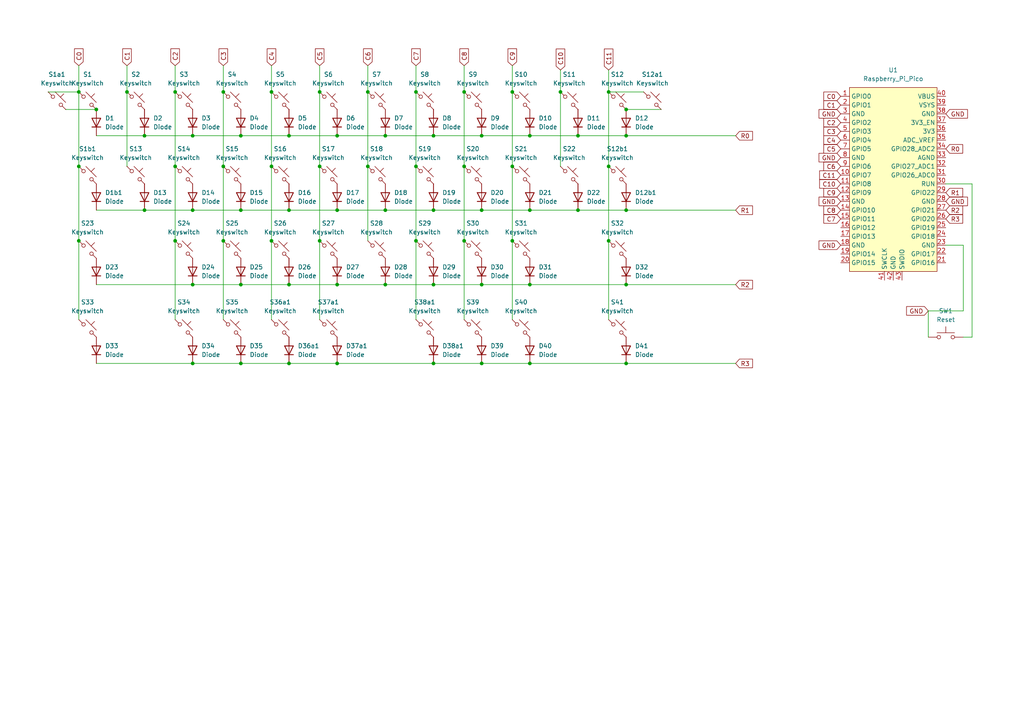
<source format=kicad_sch>
(kicad_sch (version 20230121) (generator eeschema)

  (uuid 1099ec57-b43a-4c73-9307-753c76f01c94)

  (paper "A4")

  (lib_symbols
    (symbol "ScottoKeebs:MCU_Raspberry_Pi_Pico" (in_bom yes) (on_board yes)
      (property "Reference" "U" (at 0 0 0)
        (effects (font (size 1.27 1.27)))
      )
      (property "Value" "Raspberry_Pi_Pico" (at 0 27.94 0)
        (effects (font (size 1.27 1.27)))
      )
      (property "Footprint" "ScottoKeebs_MCU:Raspberry_Pi_Pico" (at 0 30.48 0)
        (effects (font (size 1.27 1.27)) hide)
      )
      (property "Datasheet" "" (at 0 0 0)
        (effects (font (size 1.27 1.27)) hide)
      )
      (symbol "MCU_Raspberry_Pi_Pico_0_1"
        (rectangle (start -12.7 26.67) (end 12.7 -26.67)
          (stroke (width 0) (type default))
          (fill (type background))
        )
      )
      (symbol "MCU_Raspberry_Pi_Pico_1_1"
        (pin bidirectional line (at -15.24 24.13 0) (length 2.54)
          (name "GPIO0" (effects (font (size 1.27 1.27))))
          (number "1" (effects (font (size 1.27 1.27))))
        )
        (pin bidirectional line (at -15.24 1.27 0) (length 2.54)
          (name "GPIO7" (effects (font (size 1.27 1.27))))
          (number "10" (effects (font (size 1.27 1.27))))
        )
        (pin bidirectional line (at -15.24 -1.27 0) (length 2.54)
          (name "GPIO8" (effects (font (size 1.27 1.27))))
          (number "11" (effects (font (size 1.27 1.27))))
        )
        (pin bidirectional line (at -15.24 -3.81 0) (length 2.54)
          (name "GPIO9" (effects (font (size 1.27 1.27))))
          (number "12" (effects (font (size 1.27 1.27))))
        )
        (pin power_in line (at -15.24 -6.35 0) (length 2.54)
          (name "GND" (effects (font (size 1.27 1.27))))
          (number "13" (effects (font (size 1.27 1.27))))
        )
        (pin bidirectional line (at -15.24 -8.89 0) (length 2.54)
          (name "GPIO10" (effects (font (size 1.27 1.27))))
          (number "14" (effects (font (size 1.27 1.27))))
        )
        (pin bidirectional line (at -15.24 -11.43 0) (length 2.54)
          (name "GPIO11" (effects (font (size 1.27 1.27))))
          (number "15" (effects (font (size 1.27 1.27))))
        )
        (pin bidirectional line (at -15.24 -13.97 0) (length 2.54)
          (name "GPIO12" (effects (font (size 1.27 1.27))))
          (number "16" (effects (font (size 1.27 1.27))))
        )
        (pin bidirectional line (at -15.24 -16.51 0) (length 2.54)
          (name "GPIO13" (effects (font (size 1.27 1.27))))
          (number "17" (effects (font (size 1.27 1.27))))
        )
        (pin power_in line (at -15.24 -19.05 0) (length 2.54)
          (name "GND" (effects (font (size 1.27 1.27))))
          (number "18" (effects (font (size 1.27 1.27))))
        )
        (pin bidirectional line (at -15.24 -21.59 0) (length 2.54)
          (name "GPIO14" (effects (font (size 1.27 1.27))))
          (number "19" (effects (font (size 1.27 1.27))))
        )
        (pin bidirectional line (at -15.24 21.59 0) (length 2.54)
          (name "GPIO1" (effects (font (size 1.27 1.27))))
          (number "2" (effects (font (size 1.27 1.27))))
        )
        (pin bidirectional line (at -15.24 -24.13 0) (length 2.54)
          (name "GPIO15" (effects (font (size 1.27 1.27))))
          (number "20" (effects (font (size 1.27 1.27))))
        )
        (pin bidirectional line (at 15.24 -24.13 180) (length 2.54)
          (name "GPIO16" (effects (font (size 1.27 1.27))))
          (number "21" (effects (font (size 1.27 1.27))))
        )
        (pin bidirectional line (at 15.24 -21.59 180) (length 2.54)
          (name "GPIO17" (effects (font (size 1.27 1.27))))
          (number "22" (effects (font (size 1.27 1.27))))
        )
        (pin power_in line (at 15.24 -19.05 180) (length 2.54)
          (name "GND" (effects (font (size 1.27 1.27))))
          (number "23" (effects (font (size 1.27 1.27))))
        )
        (pin bidirectional line (at 15.24 -16.51 180) (length 2.54)
          (name "GPIO18" (effects (font (size 1.27 1.27))))
          (number "24" (effects (font (size 1.27 1.27))))
        )
        (pin bidirectional line (at 15.24 -13.97 180) (length 2.54)
          (name "GPIO19" (effects (font (size 1.27 1.27))))
          (number "25" (effects (font (size 1.27 1.27))))
        )
        (pin bidirectional line (at 15.24 -11.43 180) (length 2.54)
          (name "GPIO20" (effects (font (size 1.27 1.27))))
          (number "26" (effects (font (size 1.27 1.27))))
        )
        (pin bidirectional line (at 15.24 -8.89 180) (length 2.54)
          (name "GPIO21" (effects (font (size 1.27 1.27))))
          (number "27" (effects (font (size 1.27 1.27))))
        )
        (pin power_in line (at 15.24 -6.35 180) (length 2.54)
          (name "GND" (effects (font (size 1.27 1.27))))
          (number "28" (effects (font (size 1.27 1.27))))
        )
        (pin bidirectional line (at 15.24 -3.81 180) (length 2.54)
          (name "GPIO22" (effects (font (size 1.27 1.27))))
          (number "29" (effects (font (size 1.27 1.27))))
        )
        (pin power_in line (at -15.24 19.05 0) (length 2.54)
          (name "GND" (effects (font (size 1.27 1.27))))
          (number "3" (effects (font (size 1.27 1.27))))
        )
        (pin input line (at 15.24 -1.27 180) (length 2.54)
          (name "RUN" (effects (font (size 1.27 1.27))))
          (number "30" (effects (font (size 1.27 1.27))))
        )
        (pin bidirectional line (at 15.24 1.27 180) (length 2.54)
          (name "GPIO26_ADC0" (effects (font (size 1.27 1.27))))
          (number "31" (effects (font (size 1.27 1.27))))
        )
        (pin bidirectional line (at 15.24 3.81 180) (length 2.54)
          (name "GPIO27_ADC1" (effects (font (size 1.27 1.27))))
          (number "32" (effects (font (size 1.27 1.27))))
        )
        (pin power_in line (at 15.24 6.35 180) (length 2.54)
          (name "AGND" (effects (font (size 1.27 1.27))))
          (number "33" (effects (font (size 1.27 1.27))))
        )
        (pin bidirectional line (at 15.24 8.89 180) (length 2.54)
          (name "GPIO28_ADC2" (effects (font (size 1.27 1.27))))
          (number "34" (effects (font (size 1.27 1.27))))
        )
        (pin power_in line (at 15.24 11.43 180) (length 2.54)
          (name "ADC_VREF" (effects (font (size 1.27 1.27))))
          (number "35" (effects (font (size 1.27 1.27))))
        )
        (pin power_in line (at 15.24 13.97 180) (length 2.54)
          (name "3V3" (effects (font (size 1.27 1.27))))
          (number "36" (effects (font (size 1.27 1.27))))
        )
        (pin input line (at 15.24 16.51 180) (length 2.54)
          (name "3V3_EN" (effects (font (size 1.27 1.27))))
          (number "37" (effects (font (size 1.27 1.27))))
        )
        (pin bidirectional line (at 15.24 19.05 180) (length 2.54)
          (name "GND" (effects (font (size 1.27 1.27))))
          (number "38" (effects (font (size 1.27 1.27))))
        )
        (pin power_in line (at 15.24 21.59 180) (length 2.54)
          (name "VSYS" (effects (font (size 1.27 1.27))))
          (number "39" (effects (font (size 1.27 1.27))))
        )
        (pin bidirectional line (at -15.24 16.51 0) (length 2.54)
          (name "GPIO2" (effects (font (size 1.27 1.27))))
          (number "4" (effects (font (size 1.27 1.27))))
        )
        (pin power_in line (at 15.24 24.13 180) (length 2.54)
          (name "VBUS" (effects (font (size 1.27 1.27))))
          (number "40" (effects (font (size 1.27 1.27))))
        )
        (pin input line (at -2.54 -29.21 90) (length 2.54)
          (name "SWCLK" (effects (font (size 1.27 1.27))))
          (number "41" (effects (font (size 1.27 1.27))))
        )
        (pin power_in line (at 0 -29.21 90) (length 2.54)
          (name "GND" (effects (font (size 1.27 1.27))))
          (number "42" (effects (font (size 1.27 1.27))))
        )
        (pin bidirectional line (at 2.54 -29.21 90) (length 2.54)
          (name "SWDIO" (effects (font (size 1.27 1.27))))
          (number "43" (effects (font (size 1.27 1.27))))
        )
        (pin bidirectional line (at -15.24 13.97 0) (length 2.54)
          (name "GPIO3" (effects (font (size 1.27 1.27))))
          (number "5" (effects (font (size 1.27 1.27))))
        )
        (pin bidirectional line (at -15.24 11.43 0) (length 2.54)
          (name "GPIO4" (effects (font (size 1.27 1.27))))
          (number "6" (effects (font (size 1.27 1.27))))
        )
        (pin bidirectional line (at -15.24 8.89 0) (length 2.54)
          (name "GPIO5" (effects (font (size 1.27 1.27))))
          (number "7" (effects (font (size 1.27 1.27))))
        )
        (pin power_in line (at -15.24 6.35 0) (length 2.54)
          (name "GND" (effects (font (size 1.27 1.27))))
          (number "8" (effects (font (size 1.27 1.27))))
        )
        (pin bidirectional line (at -15.24 3.81 0) (length 2.54)
          (name "GPIO6" (effects (font (size 1.27 1.27))))
          (number "9" (effects (font (size 1.27 1.27))))
        )
      )
    )
    (symbol "ScottoKeebs:Placeholder_Diode" (pin_numbers hide) (pin_names hide) (in_bom yes) (on_board yes)
      (property "Reference" "D" (at 0 2.54 0)
        (effects (font (size 1.27 1.27)))
      )
      (property "Value" "Diode" (at 0 -2.54 0)
        (effects (font (size 1.27 1.27)))
      )
      (property "Footprint" "" (at 0 0 0)
        (effects (font (size 1.27 1.27)) hide)
      )
      (property "Datasheet" "" (at 0 0 0)
        (effects (font (size 1.27 1.27)) hide)
      )
      (property "Sim.Device" "D" (at 0 0 0)
        (effects (font (size 1.27 1.27)) hide)
      )
      (property "Sim.Pins" "1=K 2=A" (at 0 0 0)
        (effects (font (size 1.27 1.27)) hide)
      )
      (property "ki_keywords" "diode" (at 0 0 0)
        (effects (font (size 1.27 1.27)) hide)
      )
      (property "ki_description" "1N4148 (DO-35) or 1N4148W (SOD-123)" (at 0 0 0)
        (effects (font (size 1.27 1.27)) hide)
      )
      (property "ki_fp_filters" "D*DO?35*" (at 0 0 0)
        (effects (font (size 1.27 1.27)) hide)
      )
      (symbol "Placeholder_Diode_0_1"
        (polyline
          (pts
            (xy -1.27 1.27)
            (xy -1.27 -1.27)
          )
          (stroke (width 0.254) (type default))
          (fill (type none))
        )
        (polyline
          (pts
            (xy 1.27 0)
            (xy -1.27 0)
          )
          (stroke (width 0) (type default))
          (fill (type none))
        )
        (polyline
          (pts
            (xy 1.27 1.27)
            (xy 1.27 -1.27)
            (xy -1.27 0)
            (xy 1.27 1.27)
          )
          (stroke (width 0.254) (type default))
          (fill (type none))
        )
      )
      (symbol "Placeholder_Diode_1_1"
        (pin passive line (at -3.81 0 0) (length 2.54)
          (name "K" (effects (font (size 1.27 1.27))))
          (number "1" (effects (font (size 1.27 1.27))))
        )
        (pin passive line (at 3.81 0 180) (length 2.54)
          (name "A" (effects (font (size 1.27 1.27))))
          (number "2" (effects (font (size 1.27 1.27))))
        )
      )
    )
    (symbol "ScottoKeebs:Placeholder_Keyswitch" (pin_numbers hide) (pin_names (offset 1.016) hide) (in_bom yes) (on_board yes)
      (property "Reference" "S" (at 3.048 1.016 0)
        (effects (font (size 1.27 1.27)) (justify left))
      )
      (property "Value" "Keyswitch" (at 0 -3.81 0)
        (effects (font (size 1.27 1.27)))
      )
      (property "Footprint" "" (at 0 0 0)
        (effects (font (size 1.27 1.27)) hide)
      )
      (property "Datasheet" "~" (at 0 0 0)
        (effects (font (size 1.27 1.27)) hide)
      )
      (property "ki_keywords" "switch normally-open pushbutton push-button" (at 0 0 0)
        (effects (font (size 1.27 1.27)) hide)
      )
      (property "ki_description" "Push button switch, normally open, two pins, 45° tilted" (at 0 0 0)
        (effects (font (size 1.27 1.27)) hide)
      )
      (symbol "Placeholder_Keyswitch_0_1"
        (circle (center -1.1684 1.1684) (radius 0.508)
          (stroke (width 0) (type default))
          (fill (type none))
        )
        (polyline
          (pts
            (xy -0.508 2.54)
            (xy 2.54 -0.508)
          )
          (stroke (width 0) (type default))
          (fill (type none))
        )
        (polyline
          (pts
            (xy 1.016 1.016)
            (xy 2.032 2.032)
          )
          (stroke (width 0) (type default))
          (fill (type none))
        )
        (polyline
          (pts
            (xy -2.54 2.54)
            (xy -1.524 1.524)
            (xy -1.524 1.524)
          )
          (stroke (width 0) (type default))
          (fill (type none))
        )
        (polyline
          (pts
            (xy 1.524 -1.524)
            (xy 2.54 -2.54)
            (xy 2.54 -2.54)
            (xy 2.54 -2.54)
          )
          (stroke (width 0) (type default))
          (fill (type none))
        )
        (circle (center 1.143 -1.1938) (radius 0.508)
          (stroke (width 0) (type default))
          (fill (type none))
        )
        (pin passive line (at -2.54 2.54 0) (length 0)
          (name "1" (effects (font (size 1.27 1.27))))
          (number "1" (effects (font (size 1.27 1.27))))
        )
        (pin passive line (at 2.54 -2.54 180) (length 0)
          (name "2" (effects (font (size 1.27 1.27))))
          (number "2" (effects (font (size 1.27 1.27))))
        )
      )
    )
    (symbol "Switch:SW_Push" (pin_numbers hide) (pin_names (offset 1.016) hide) (in_bom yes) (on_board yes)
      (property "Reference" "SW" (at 1.27 2.54 0)
        (effects (font (size 1.27 1.27)) (justify left))
      )
      (property "Value" "SW_Push" (at 0 -1.524 0)
        (effects (font (size 1.27 1.27)))
      )
      (property "Footprint" "" (at 0 5.08 0)
        (effects (font (size 1.27 1.27)) hide)
      )
      (property "Datasheet" "~" (at 0 5.08 0)
        (effects (font (size 1.27 1.27)) hide)
      )
      (property "ki_keywords" "switch normally-open pushbutton push-button" (at 0 0 0)
        (effects (font (size 1.27 1.27)) hide)
      )
      (property "ki_description" "Push button switch, generic, two pins" (at 0 0 0)
        (effects (font (size 1.27 1.27)) hide)
      )
      (symbol "SW_Push_0_1"
        (circle (center -2.032 0) (radius 0.508)
          (stroke (width 0) (type default))
          (fill (type none))
        )
        (polyline
          (pts
            (xy 0 1.27)
            (xy 0 3.048)
          )
          (stroke (width 0) (type default))
          (fill (type none))
        )
        (polyline
          (pts
            (xy 2.54 1.27)
            (xy -2.54 1.27)
          )
          (stroke (width 0) (type default))
          (fill (type none))
        )
        (circle (center 2.032 0) (radius 0.508)
          (stroke (width 0) (type default))
          (fill (type none))
        )
        (pin passive line (at -5.08 0 0) (length 2.54)
          (name "1" (effects (font (size 1.27 1.27))))
          (number "1" (effects (font (size 1.27 1.27))))
        )
        (pin passive line (at 5.08 0 180) (length 2.54)
          (name "2" (effects (font (size 1.27 1.27))))
          (number "2" (effects (font (size 1.27 1.27))))
        )
      )
    )
  )

  (junction (at 69.85 39.37) (diameter 0) (color 0 0 0 0)
    (uuid 003a606c-4052-490e-a63f-77788f3dd4d4)
  )
  (junction (at 106.68 48.26) (diameter 0) (color 0 0 0 0)
    (uuid 005c79cd-0ca6-499d-a998-cd963c3ff751)
  )
  (junction (at 55.88 39.37) (diameter 0) (color 0 0 0 0)
    (uuid 01ded014-f34d-4814-bb2f-1c1c967bfc20)
  )
  (junction (at 167.64 60.96) (diameter 0) (color 0 0 0 0)
    (uuid 024a6c8f-9e01-4fd5-9eaf-fb0165032104)
  )
  (junction (at 22.86 69.85) (diameter 0) (color 0 0 0 0)
    (uuid 07cd1bf0-e448-4c78-8211-283dc8aea5c6)
  )
  (junction (at 83.82 105.41) (diameter 0) (color 0 0 0 0)
    (uuid 08aead08-2a41-496e-b8c5-5795df102225)
  )
  (junction (at 139.7 82.55) (diameter 0) (color 0 0 0 0)
    (uuid 0f941011-c829-4bf6-9828-1a778f2e33c2)
  )
  (junction (at 176.53 26.67) (diameter 0) (color 0 0 0 0)
    (uuid 11d36392-5519-4898-a0c7-06371725653e)
  )
  (junction (at 64.77 26.67) (diameter 0) (color 0 0 0 0)
    (uuid 1848b62c-894d-46c4-bf79-ec7040d0c86f)
  )
  (junction (at 92.71 69.85) (diameter 0) (color 0 0 0 0)
    (uuid 1933ae3a-2663-49a1-a340-47b8eff40286)
  )
  (junction (at 139.7 60.96) (diameter 0) (color 0 0 0 0)
    (uuid 22507064-48f4-4328-a2dd-51ad6e379496)
  )
  (junction (at 22.86 48.26) (diameter 0) (color 0 0 0 0)
    (uuid 24f8b585-774f-49e8-86c9-13dceca17250)
  )
  (junction (at 55.88 60.96) (diameter 0) (color 0 0 0 0)
    (uuid 25e10aac-86a3-485d-89b6-9186966e82fc)
  )
  (junction (at 69.85 105.41) (diameter 0) (color 0 0 0 0)
    (uuid 2a6225ad-7fbb-4e66-a7dd-9b9361264766)
  )
  (junction (at 181.61 31.75) (diameter 0) (color 0 0 0 0)
    (uuid 2b2d406a-4f3c-4eb7-a43e-8f6f33a62bac)
  )
  (junction (at 111.76 82.55) (diameter 0) (color 0 0 0 0)
    (uuid 2bfd5f9e-473d-42fb-80d3-e2f6ff4813b9)
  )
  (junction (at 120.65 26.67) (diameter 0) (color 0 0 0 0)
    (uuid 2c58e1a1-e2fb-4056-84ed-8ed677fdb34e)
  )
  (junction (at 153.67 82.55) (diameter 0) (color 0 0 0 0)
    (uuid 356f8fc6-d250-4c2a-8c51-fba5f683f9db)
  )
  (junction (at 97.79 105.41) (diameter 0) (color 0 0 0 0)
    (uuid 36b7d151-75a5-4c84-a9b0-ad6b445d0c6d)
  )
  (junction (at 120.65 48.26) (diameter 0) (color 0 0 0 0)
    (uuid 3835cd66-dc21-48b2-ba06-3383018f0336)
  )
  (junction (at 153.67 60.96) (diameter 0) (color 0 0 0 0)
    (uuid 3c223566-4eee-4dab-9252-d9e26045c6c9)
  )
  (junction (at 167.64 39.37) (diameter 0) (color 0 0 0 0)
    (uuid 4087476a-1270-48cf-8d56-a24d1df68a3f)
  )
  (junction (at 148.59 26.67) (diameter 0) (color 0 0 0 0)
    (uuid 467bf1e2-de32-4446-bc68-fcaa612b9ce5)
  )
  (junction (at 55.88 105.41) (diameter 0) (color 0 0 0 0)
    (uuid 498b1498-9b45-49b6-abfc-0cda5e498234)
  )
  (junction (at 181.61 39.37) (diameter 0) (color 0 0 0 0)
    (uuid 49cd0058-f253-4d02-a34f-08cad9a5f710)
  )
  (junction (at 176.53 48.26) (diameter 0) (color 0 0 0 0)
    (uuid 527618e7-e927-45b3-bbea-ddb20b13df73)
  )
  (junction (at 125.73 82.55) (diameter 0) (color 0 0 0 0)
    (uuid 54f0cd5c-c999-4f37-a1f3-cbffcaf3c703)
  )
  (junction (at 120.65 69.85) (diameter 0) (color 0 0 0 0)
    (uuid 5abe5b5d-6fb7-4b67-88fc-c223246be47d)
  )
  (junction (at 50.8 48.26) (diameter 0) (color 0 0 0 0)
    (uuid 5c4bc3db-c830-4cda-8a55-e66149820715)
  )
  (junction (at 64.77 69.85) (diameter 0) (color 0 0 0 0)
    (uuid 5e45c1fd-1dd6-4e4f-9f4c-186c52d4b26d)
  )
  (junction (at 92.71 48.26) (diameter 0) (color 0 0 0 0)
    (uuid 5f06a180-0212-42fe-bc1b-de571539a340)
  )
  (junction (at 92.71 26.67) (diameter 0) (color 0 0 0 0)
    (uuid 61758338-ba52-4922-8f72-70993defffc6)
  )
  (junction (at 125.73 105.41) (diameter 0) (color 0 0 0 0)
    (uuid 69868571-ae68-4d8f-a1a0-99119c827226)
  )
  (junction (at 162.56 26.67) (diameter 0) (color 0 0 0 0)
    (uuid 69ecaf9d-be1f-489c-95cb-7dec9f25bb1e)
  )
  (junction (at 69.85 60.96) (diameter 0) (color 0 0 0 0)
    (uuid 6a03393c-899e-4289-a030-40e168332132)
  )
  (junction (at 153.67 105.41) (diameter 0) (color 0 0 0 0)
    (uuid 713e8636-19ec-443c-a2bd-06d76cf68ec2)
  )
  (junction (at 78.74 69.85) (diameter 0) (color 0 0 0 0)
    (uuid 724a3ee0-23e4-4402-a5b9-9b5e18dcee99)
  )
  (junction (at 134.62 48.26) (diameter 0) (color 0 0 0 0)
    (uuid 75a036c1-9071-47a4-8275-df08e07f86fd)
  )
  (junction (at 22.86 26.67) (diameter 0) (color 0 0 0 0)
    (uuid 78647cc0-a3dd-40cf-8223-86fd3a7dab68)
  )
  (junction (at 181.61 60.96) (diameter 0) (color 0 0 0 0)
    (uuid 7dbb7461-5249-4906-89c0-abc4daf00d5c)
  )
  (junction (at 69.85 82.55) (diameter 0) (color 0 0 0 0)
    (uuid 80d20adc-6d97-4bf1-82bf-502d0fcf2861)
  )
  (junction (at 181.61 105.41) (diameter 0) (color 0 0 0 0)
    (uuid 8875f6e4-486f-41a2-8eab-7715106603fe)
  )
  (junction (at 148.59 48.26) (diameter 0) (color 0 0 0 0)
    (uuid 8b0376da-28c7-4279-b184-3c95fcf77bbc)
  )
  (junction (at 83.82 82.55) (diameter 0) (color 0 0 0 0)
    (uuid 92756023-e822-4c2f-9e37-b9593dbc76aa)
  )
  (junction (at 139.7 39.37) (diameter 0) (color 0 0 0 0)
    (uuid 95b23f88-738c-46e8-be38-226a073286e0)
  )
  (junction (at 125.73 60.96) (diameter 0) (color 0 0 0 0)
    (uuid 989a6f29-81f3-4468-a077-ee6502e1c6da)
  )
  (junction (at 50.8 26.67) (diameter 0) (color 0 0 0 0)
    (uuid 9af1f8c1-797b-4f6f-91de-644a97368353)
  )
  (junction (at 41.91 39.37) (diameter 0) (color 0 0 0 0)
    (uuid 9d63222d-698d-4f62-9d3e-792dd52ddd78)
  )
  (junction (at 36.83 26.67) (diameter 0) (color 0 0 0 0)
    (uuid a3062baa-9534-4dfb-9be4-8c829a7d60bd)
  )
  (junction (at 181.61 82.55) (diameter 0) (color 0 0 0 0)
    (uuid a36f248f-a835-4dbd-9e71-5838a2448136)
  )
  (junction (at 97.79 60.96) (diameter 0) (color 0 0 0 0)
    (uuid ac0a785e-6d8b-4b23-9f1e-1acbe5eaee29)
  )
  (junction (at 134.62 69.85) (diameter 0) (color 0 0 0 0)
    (uuid b0950a4f-9bdc-4a70-8707-4e54aff44257)
  )
  (junction (at 148.59 69.85) (diameter 0) (color 0 0 0 0)
    (uuid b1ab4f70-2c7e-4b48-9184-08060f885cee)
  )
  (junction (at 139.7 105.41) (diameter 0) (color 0 0 0 0)
    (uuid b2ef2891-3537-4528-9bf4-4def428b9f6e)
  )
  (junction (at 125.73 39.37) (diameter 0) (color 0 0 0 0)
    (uuid bcaa9465-3dfe-4c02-a622-177f176cfc1f)
  )
  (junction (at 106.68 26.67) (diameter 0) (color 0 0 0 0)
    (uuid c4dc4c36-d43a-4b7b-80f1-629ad69ba915)
  )
  (junction (at 97.79 82.55) (diameter 0) (color 0 0 0 0)
    (uuid c66ac762-a4df-4f00-a235-34c86073bfe9)
  )
  (junction (at 111.76 39.37) (diameter 0) (color 0 0 0 0)
    (uuid c75eaf66-af72-46df-88c0-e8f51aed66b9)
  )
  (junction (at 83.82 60.96) (diameter 0) (color 0 0 0 0)
    (uuid c7b52351-a207-44f6-8ab4-c4b0487209c5)
  )
  (junction (at 55.88 82.55) (diameter 0) (color 0 0 0 0)
    (uuid c927d9d2-d11e-487f-9bf7-123c6c20a0ca)
  )
  (junction (at 27.94 31.75) (diameter 0) (color 0 0 0 0)
    (uuid cd274c3f-a77b-4422-ae5d-14a01d59b914)
  )
  (junction (at 78.74 48.26) (diameter 0) (color 0 0 0 0)
    (uuid ce0aa48f-cf87-479d-9d54-4a1d9a38fdf6)
  )
  (junction (at 111.76 60.96) (diameter 0) (color 0 0 0 0)
    (uuid ceb55b3c-b2fb-44d4-9fe8-61eb4cda9d38)
  )
  (junction (at 134.62 26.67) (diameter 0) (color 0 0 0 0)
    (uuid d55e71b4-7059-49cc-9436-8207388b167c)
  )
  (junction (at 78.74 26.67) (diameter 0) (color 0 0 0 0)
    (uuid d9cd5210-ee9d-41cc-8070-e24986509962)
  )
  (junction (at 176.53 69.85) (diameter 0) (color 0 0 0 0)
    (uuid dd06138e-8aa6-4f1e-b3fe-b2b4ba34b6c1)
  )
  (junction (at 153.67 39.37) (diameter 0) (color 0 0 0 0)
    (uuid e7d6a34f-0d72-4417-8973-2ff7451c26e6)
  )
  (junction (at 41.91 60.96) (diameter 0) (color 0 0 0 0)
    (uuid e913e2d4-ecb5-4615-a7c8-c62896325c77)
  )
  (junction (at 64.77 48.26) (diameter 0) (color 0 0 0 0)
    (uuid ea8e5fe2-dde5-47f8-927a-f7024f054877)
  )
  (junction (at 83.82 39.37) (diameter 0) (color 0 0 0 0)
    (uuid ee0a9dba-79c5-4ad2-9237-d5f596d80dfa)
  )
  (junction (at 97.79 39.37) (diameter 0) (color 0 0 0 0)
    (uuid f2986368-e459-4a4a-a056-030b5014aace)
  )
  (junction (at 50.8 69.85) (diameter 0) (color 0 0 0 0)
    (uuid fa729e37-0ddc-4d2f-9ce9-2d3bb9f9319b)
  )

  (wire (pts (xy 83.82 39.37) (xy 97.79 39.37))
    (stroke (width 0) (type default))
    (uuid 011d923c-f792-4931-8874-c7e2e31cb41d)
  )
  (wire (pts (xy 134.62 48.26) (xy 134.62 69.85))
    (stroke (width 0) (type default))
    (uuid 01886dfb-e884-47c7-8975-13742b21194a)
  )
  (wire (pts (xy 176.53 48.26) (xy 176.53 69.85))
    (stroke (width 0) (type default))
    (uuid 04af1190-4b50-4aaf-b96b-edf33a776c26)
  )
  (wire (pts (xy 50.8 69.85) (xy 50.8 92.71))
    (stroke (width 0) (type default))
    (uuid 0a10e015-8b49-4141-b140-11be9fee94e2)
  )
  (wire (pts (xy 27.94 105.41) (xy 55.88 105.41))
    (stroke (width 0) (type default))
    (uuid 0b2df9ec-dddc-4e3f-b130-529ff33c0fd3)
  )
  (wire (pts (xy 50.8 19.05) (xy 50.8 26.67))
    (stroke (width 0) (type default))
    (uuid 0b53b154-1df4-4822-9515-eeb78e4baebe)
  )
  (wire (pts (xy 153.67 82.55) (xy 181.61 82.55))
    (stroke (width 0) (type default))
    (uuid 0f04939e-85bc-4563-86b2-695cdea46b3f)
  )
  (wire (pts (xy 279.4 97.79) (xy 281.94 97.79))
    (stroke (width 0) (type default))
    (uuid 10d64ca2-530a-463f-bdf9-e297be655da6)
  )
  (wire (pts (xy 111.76 39.37) (xy 125.73 39.37))
    (stroke (width 0) (type default))
    (uuid 131999a6-6fcb-4c00-8c5e-05a7d9b5eff9)
  )
  (wire (pts (xy 19.05 31.75) (xy 27.94 31.75))
    (stroke (width 0) (type default))
    (uuid 193394ce-9ab1-4afe-a5a0-63bdb8c57e82)
  )
  (wire (pts (xy 83.82 60.96) (xy 97.79 60.96))
    (stroke (width 0) (type default))
    (uuid 19d8a52b-b5bf-4696-a273-45977cca5384)
  )
  (wire (pts (xy 36.83 26.67) (xy 36.83 48.26))
    (stroke (width 0) (type default))
    (uuid 1c84a06b-4d48-40e7-8c16-1b5b1479803d)
  )
  (wire (pts (xy 50.8 26.67) (xy 50.8 48.26))
    (stroke (width 0) (type default))
    (uuid 208c798f-57fe-4227-a4aa-d3d01f2697a4)
  )
  (wire (pts (xy 64.77 69.85) (xy 64.77 92.71))
    (stroke (width 0) (type default))
    (uuid 21b4b124-f4cd-42d5-8174-ad5e69f5c1e0)
  )
  (wire (pts (xy 83.82 82.55) (xy 97.79 82.55))
    (stroke (width 0) (type default))
    (uuid 24676589-8eb2-4a90-91cb-79ab69158e35)
  )
  (wire (pts (xy 162.56 20.32) (xy 162.56 26.67))
    (stroke (width 0) (type default))
    (uuid 261500c1-1481-4252-aa49-aeeff82ec905)
  )
  (wire (pts (xy 181.61 39.37) (xy 213.36 39.37))
    (stroke (width 0) (type default))
    (uuid 267b72ae-1a16-4dd1-ac2b-f56b8e9bf994)
  )
  (wire (pts (xy 92.71 26.67) (xy 92.71 48.26))
    (stroke (width 0) (type default))
    (uuid 27b0d7d8-197e-42e6-9b10-b513bdc16c5e)
  )
  (wire (pts (xy 281.94 97.79) (xy 281.94 53.34))
    (stroke (width 0) (type default))
    (uuid 3705dc91-27f0-46ce-b183-ef5fa4e42d40)
  )
  (wire (pts (xy 27.94 82.55) (xy 55.88 82.55))
    (stroke (width 0) (type default))
    (uuid 385ffef2-4e6a-498c-8397-f2f10cdb204d)
  )
  (wire (pts (xy 176.53 20.32) (xy 176.53 26.67))
    (stroke (width 0) (type default))
    (uuid 38b9a40e-48e7-4ca4-b104-8f39a0cdce6e)
  )
  (wire (pts (xy 167.64 60.96) (xy 181.61 60.96))
    (stroke (width 0) (type default))
    (uuid 39974d49-86af-4220-8acc-450c83eb3eee)
  )
  (wire (pts (xy 120.65 19.05) (xy 120.65 26.67))
    (stroke (width 0) (type default))
    (uuid 39b27011-2195-4d30-a2ed-75bf1d590937)
  )
  (wire (pts (xy 269.24 97.79) (xy 269.24 90.17))
    (stroke (width 0) (type default))
    (uuid 39f3a110-87ed-45c3-80bb-c7d29957f8c6)
  )
  (wire (pts (xy 64.77 48.26) (xy 64.77 69.85))
    (stroke (width 0) (type default))
    (uuid 3a5d8e8f-ff2f-4807-a586-446eeed71ad0)
  )
  (wire (pts (xy 27.94 39.37) (xy 41.91 39.37))
    (stroke (width 0) (type default))
    (uuid 3ad7a73d-e3b0-45b7-9df9-5375bd6aaa04)
  )
  (wire (pts (xy 139.7 39.37) (xy 153.67 39.37))
    (stroke (width 0) (type default))
    (uuid 432d9a2c-fac1-4e04-92cc-b6a9b9f6b47f)
  )
  (wire (pts (xy 78.74 26.67) (xy 78.74 48.26))
    (stroke (width 0) (type default))
    (uuid 46a6d9c4-9727-424a-9b20-c9b38aeb4a26)
  )
  (wire (pts (xy 92.71 48.26) (xy 92.71 69.85))
    (stroke (width 0) (type default))
    (uuid 47e4aaea-acb8-4265-a680-13a9130f31bc)
  )
  (wire (pts (xy 148.59 69.85) (xy 148.59 92.71))
    (stroke (width 0) (type default))
    (uuid 492f325b-bb99-45a6-a8a7-69d9eb329253)
  )
  (wire (pts (xy 134.62 26.67) (xy 134.62 48.26))
    (stroke (width 0) (type default))
    (uuid 498cdaee-9ca6-4cc7-bc06-cb9b707469f4)
  )
  (wire (pts (xy 55.88 60.96) (xy 69.85 60.96))
    (stroke (width 0) (type default))
    (uuid 4e79529f-b5f0-4c4b-8c89-c7027fac118a)
  )
  (wire (pts (xy 69.85 82.55) (xy 83.82 82.55))
    (stroke (width 0) (type default))
    (uuid 4fcf6266-5232-4a14-9fcb-3596f5df3b4d)
  )
  (wire (pts (xy 69.85 60.96) (xy 83.82 60.96))
    (stroke (width 0) (type default))
    (uuid 513b2e66-3b3e-4733-b688-904df45410ca)
  )
  (wire (pts (xy 162.56 26.67) (xy 162.56 48.26))
    (stroke (width 0) (type default))
    (uuid 53255ffd-dfee-4aca-ac3f-baf46d79e4e7)
  )
  (wire (pts (xy 153.67 105.41) (xy 181.61 105.41))
    (stroke (width 0) (type default))
    (uuid 55bf86d4-e17f-459c-b386-439608a7a1fb)
  )
  (wire (pts (xy 153.67 39.37) (xy 167.64 39.37))
    (stroke (width 0) (type default))
    (uuid 5a8b254c-14b0-4329-81a9-14a1801ffdc2)
  )
  (wire (pts (xy 69.85 105.41) (xy 83.82 105.41))
    (stroke (width 0) (type default))
    (uuid 5b314cd5-89f9-45bd-b678-32a306dee5a7)
  )
  (wire (pts (xy 125.73 60.96) (xy 139.7 60.96))
    (stroke (width 0) (type default))
    (uuid 5b5e2614-ebbf-4b02-a92f-d8355b6753cf)
  )
  (wire (pts (xy 279.4 71.12) (xy 274.32 71.12))
    (stroke (width 0) (type default))
    (uuid 5dfe5978-ffcd-4981-b5ef-66b058b29521)
  )
  (wire (pts (xy 22.86 19.05) (xy 22.86 26.67))
    (stroke (width 0) (type default))
    (uuid 5f770c9e-7896-4cf5-9988-a18b0c6c38c1)
  )
  (wire (pts (xy 106.68 19.05) (xy 106.68 26.67))
    (stroke (width 0) (type default))
    (uuid 6212494f-63b3-4588-9f1a-e8e9dc54b6a0)
  )
  (wire (pts (xy 281.94 53.34) (xy 274.32 53.34))
    (stroke (width 0) (type default))
    (uuid 6efb8d37-e37a-4498-a77c-92e4cf9e9566)
  )
  (wire (pts (xy 148.59 48.26) (xy 148.59 69.85))
    (stroke (width 0) (type default))
    (uuid 70ead9f0-17b2-4248-bde7-cfcc6831fc09)
  )
  (wire (pts (xy 55.88 82.55) (xy 69.85 82.55))
    (stroke (width 0) (type default))
    (uuid 737bd38d-f29c-41ba-be17-9a0576a85975)
  )
  (wire (pts (xy 153.67 60.96) (xy 167.64 60.96))
    (stroke (width 0) (type default))
    (uuid 78d44f6a-7dc4-44d4-9806-0911142c99e2)
  )
  (wire (pts (xy 139.7 82.55) (xy 153.67 82.55))
    (stroke (width 0) (type default))
    (uuid 7982935f-214c-43ed-8cf7-c9de9d93897e)
  )
  (wire (pts (xy 120.65 48.26) (xy 120.65 69.85))
    (stroke (width 0) (type default))
    (uuid 7ae32d97-cad6-4ee2-894f-8c2a58cbda9a)
  )
  (wire (pts (xy 22.86 69.85) (xy 22.86 92.71))
    (stroke (width 0) (type default))
    (uuid 7f8d216d-8bdb-40dd-b15c-329f2a8e4e29)
  )
  (wire (pts (xy 64.77 26.67) (xy 64.77 48.26))
    (stroke (width 0) (type default))
    (uuid 85b4d6e0-3f7b-42e7-aff6-e76fa0bc7353)
  )
  (wire (pts (xy 41.91 39.37) (xy 55.88 39.37))
    (stroke (width 0) (type default))
    (uuid 8afcc079-2547-471b-9757-9cc6fc840922)
  )
  (wire (pts (xy 120.65 69.85) (xy 120.65 92.71))
    (stroke (width 0) (type default))
    (uuid 8cacf551-b4f5-44cf-930d-018ebe6a69bc)
  )
  (wire (pts (xy 22.86 26.67) (xy 22.86 48.26))
    (stroke (width 0) (type default))
    (uuid 8fdaaa3e-3ff7-4be3-96c2-09dd701df77a)
  )
  (wire (pts (xy 106.68 26.67) (xy 106.68 48.26))
    (stroke (width 0) (type default))
    (uuid 90969b0d-7a6b-4f01-968a-2ba9180bcace)
  )
  (wire (pts (xy 78.74 48.26) (xy 78.74 69.85))
    (stroke (width 0) (type default))
    (uuid 9212c019-3328-43e6-bbe4-14dc85e461e7)
  )
  (wire (pts (xy 92.71 69.85) (xy 92.71 92.71))
    (stroke (width 0) (type default))
    (uuid 9b8c1149-46b9-43f5-8ad5-53861a9ff125)
  )
  (wire (pts (xy 125.73 39.37) (xy 139.7 39.37))
    (stroke (width 0) (type default))
    (uuid 9cbebff6-527c-4094-addf-7454feb14b94)
  )
  (wire (pts (xy 111.76 82.55) (xy 125.73 82.55))
    (stroke (width 0) (type default))
    (uuid 9e101faa-3c45-47f1-97b2-874e6edfb761)
  )
  (wire (pts (xy 55.88 39.37) (xy 69.85 39.37))
    (stroke (width 0) (type default))
    (uuid a41af100-5384-4b03-915f-f460a10e5765)
  )
  (wire (pts (xy 55.88 105.41) (xy 69.85 105.41))
    (stroke (width 0) (type default))
    (uuid a6a71e12-d3bc-4f93-999c-a67e6b0163c1)
  )
  (wire (pts (xy 27.94 60.96) (xy 41.91 60.96))
    (stroke (width 0) (type default))
    (uuid a7d5a744-7ed1-4ddb-b258-fcce0241b57d)
  )
  (wire (pts (xy 97.79 82.55) (xy 111.76 82.55))
    (stroke (width 0) (type default))
    (uuid aab5140d-8224-4ced-9350-507d99eee5bf)
  )
  (wire (pts (xy 78.74 69.85) (xy 78.74 92.71))
    (stroke (width 0) (type default))
    (uuid adc3e002-b7c4-4f04-b39c-f141c6d7971d)
  )
  (wire (pts (xy 148.59 26.67) (xy 148.59 48.26))
    (stroke (width 0) (type default))
    (uuid ae7aa396-81bd-49fa-89e9-e226b6bd73f6)
  )
  (wire (pts (xy 120.65 26.67) (xy 120.65 48.26))
    (stroke (width 0) (type default))
    (uuid af5a7bc2-d8f4-46b9-a45b-fd9865bbb21f)
  )
  (wire (pts (xy 139.7 105.41) (xy 153.67 105.41))
    (stroke (width 0) (type default))
    (uuid af7e2c65-8705-460c-88f3-90b9d043f1c1)
  )
  (wire (pts (xy 111.76 60.96) (xy 125.73 60.96))
    (stroke (width 0) (type default))
    (uuid b090542a-b924-4df1-aacf-be855c1baf5e)
  )
  (wire (pts (xy 134.62 19.05) (xy 134.62 26.67))
    (stroke (width 0) (type default))
    (uuid b64cc012-3ef7-4851-a818-82234a1747fb)
  )
  (wire (pts (xy 167.64 39.37) (xy 181.61 39.37))
    (stroke (width 0) (type default))
    (uuid b6afbdd6-e297-4a53-99ff-c39ed7936057)
  )
  (wire (pts (xy 181.61 31.75) (xy 191.77 31.75))
    (stroke (width 0) (type default))
    (uuid b985d794-9122-4584-9001-8ed2aa608302)
  )
  (wire (pts (xy 181.61 82.55) (xy 213.36 82.55))
    (stroke (width 0) (type default))
    (uuid bc84f0d7-a175-4ba9-8675-1f4ccf4225e9)
  )
  (wire (pts (xy 181.61 105.41) (xy 213.36 105.41))
    (stroke (width 0) (type default))
    (uuid bd75aa58-3a51-4e43-b52d-1b8c28f881d7)
  )
  (wire (pts (xy 106.68 48.26) (xy 106.68 69.85))
    (stroke (width 0) (type default))
    (uuid be13ad77-f4b9-457d-9b16-367392e48794)
  )
  (wire (pts (xy 36.83 19.05) (xy 36.83 26.67))
    (stroke (width 0) (type default))
    (uuid c0c40086-2159-4e25-962f-badd7544df64)
  )
  (wire (pts (xy 41.91 60.96) (xy 55.88 60.96))
    (stroke (width 0) (type default))
    (uuid c131a070-dce7-46c1-b2eb-201e0feedf94)
  )
  (wire (pts (xy 125.73 105.41) (xy 139.7 105.41))
    (stroke (width 0) (type default))
    (uuid c3ccd7b1-c7f4-43ca-a3e4-b0d0afd31a19)
  )
  (wire (pts (xy 50.8 48.26) (xy 50.8 69.85))
    (stroke (width 0) (type default))
    (uuid c3fd5c5a-a223-4422-816b-12c67738d900)
  )
  (wire (pts (xy 13.97 26.67) (xy 22.86 26.67))
    (stroke (width 0) (type default))
    (uuid c570b992-4387-43fd-a165-1a2a948bbbff)
  )
  (wire (pts (xy 97.79 60.96) (xy 111.76 60.96))
    (stroke (width 0) (type default))
    (uuid c842d5de-7087-4c0a-b078-4112d160bb9f)
  )
  (wire (pts (xy 83.82 105.41) (xy 97.79 105.41))
    (stroke (width 0) (type default))
    (uuid c849deb6-6c43-472e-a3e6-31337647bb20)
  )
  (wire (pts (xy 181.61 60.96) (xy 213.36 60.96))
    (stroke (width 0) (type default))
    (uuid cc5e2d4c-8dab-42f1-9162-c03465301dfe)
  )
  (wire (pts (xy 279.4 90.17) (xy 279.4 71.12))
    (stroke (width 0) (type default))
    (uuid cd73155f-3869-41c7-82e1-88c2fb984fbd)
  )
  (wire (pts (xy 92.71 19.05) (xy 92.71 26.67))
    (stroke (width 0) (type default))
    (uuid d4d04851-c1d0-4547-8c7e-1e5499fa8fd0)
  )
  (wire (pts (xy 176.53 26.67) (xy 176.53 48.26))
    (stroke (width 0) (type default))
    (uuid d6ed0cbf-3c71-40de-805c-8c7ad70004e1)
  )
  (wire (pts (xy 69.85 39.37) (xy 83.82 39.37))
    (stroke (width 0) (type default))
    (uuid d9040194-6d85-4436-88b1-006cf2532f90)
  )
  (wire (pts (xy 22.86 48.26) (xy 22.86 69.85))
    (stroke (width 0) (type default))
    (uuid e07cc137-94b4-4c92-a95d-5b9c2cbe17d4)
  )
  (wire (pts (xy 176.53 26.67) (xy 186.69 26.67))
    (stroke (width 0) (type default))
    (uuid e2cb3a96-487f-44c0-8c1f-ef724f4592bd)
  )
  (wire (pts (xy 64.77 19.05) (xy 64.77 26.67))
    (stroke (width 0) (type default))
    (uuid e676473d-90f9-4d79-a021-9bdaec6d589d)
  )
  (wire (pts (xy 176.53 69.85) (xy 176.53 92.71))
    (stroke (width 0) (type default))
    (uuid e779e8d3-8f3e-425d-8851-400a9c745211)
  )
  (wire (pts (xy 139.7 60.96) (xy 153.67 60.96))
    (stroke (width 0) (type default))
    (uuid e789e36a-9a42-4455-81d1-b9856bd8867d)
  )
  (wire (pts (xy 134.62 69.85) (xy 134.62 92.71))
    (stroke (width 0) (type default))
    (uuid e8214ff0-842d-4ac8-8522-ef7cc5a91b04)
  )
  (wire (pts (xy 78.74 19.05) (xy 78.74 26.67))
    (stroke (width 0) (type default))
    (uuid e8abf4df-a37c-4b5e-9a96-76f00e40ff7b)
  )
  (wire (pts (xy 148.59 19.05) (xy 148.59 26.67))
    (stroke (width 0) (type default))
    (uuid ee9195b1-357b-4e12-857d-6336f3ec594f)
  )
  (wire (pts (xy 97.79 105.41) (xy 125.73 105.41))
    (stroke (width 0) (type default))
    (uuid f27157c3-1bc5-4095-a3e6-1107a7b5e773)
  )
  (wire (pts (xy 269.24 90.17) (xy 279.4 90.17))
    (stroke (width 0) (type default))
    (uuid f3d709bd-7df0-4de5-ade9-4b71f91467a5)
  )
  (wire (pts (xy 125.73 82.55) (xy 139.7 82.55))
    (stroke (width 0) (type default))
    (uuid fa3efa67-5957-4028-bd86-fbd6c69cfa8b)
  )
  (wire (pts (xy 97.79 39.37) (xy 111.76 39.37))
    (stroke (width 0) (type default))
    (uuid ff7b337c-d717-4f1e-bf75-656558db469c)
  )

  (global_label "C0" (shape input) (at 243.84 27.94 180) (fields_autoplaced)
    (effects (font (size 1.27 1.27)) (justify right))
    (uuid 02985276-b120-47f7-b094-eb6c1b338227)
    (property "Intersheetrefs" "${INTERSHEET_REFS}" (at 238.3753 27.94 0)
      (effects (font (size 1.27 1.27)) (justify right) hide)
    )
  )
  (global_label "C7" (shape input) (at 120.65 19.05 90) (fields_autoplaced)
    (effects (font (size 1.27 1.27)) (justify left))
    (uuid 06e73bfa-2cc4-4395-9a07-2a9d59cabdc0)
    (property "Intersheetrefs" "${INTERSHEET_REFS}" (at 120.65 13.5853 90)
      (effects (font (size 1.27 1.27)) (justify left) hide)
    )
  )
  (global_label "C8" (shape input) (at 243.84 60.96 180) (fields_autoplaced)
    (effects (font (size 1.27 1.27)) (justify right))
    (uuid 07d11c1e-7219-4c4e-be1f-7ad56ee1a5a6)
    (property "Intersheetrefs" "${INTERSHEET_REFS}" (at 238.3753 60.96 0)
      (effects (font (size 1.27 1.27)) (justify right) hide)
    )
  )
  (global_label "C0" (shape input) (at 22.86 19.05 90) (fields_autoplaced)
    (effects (font (size 1.27 1.27)) (justify left))
    (uuid 1cfe9773-ead0-4980-ad8c-057433c55304)
    (property "Intersheetrefs" "${INTERSHEET_REFS}" (at 22.86 13.5853 90)
      (effects (font (size 1.27 1.27)) (justify left) hide)
    )
  )
  (global_label "GND" (shape input) (at 243.84 45.72 180) (fields_autoplaced)
    (effects (font (size 1.27 1.27)) (justify right))
    (uuid 1d2d281d-28b1-4db9-ba9f-190d3d8ca87e)
    (property "Intersheetrefs" "${INTERSHEET_REFS}" (at 236.9843 45.72 0)
      (effects (font (size 1.27 1.27)) (justify right) hide)
    )
  )
  (global_label "C5" (shape input) (at 92.71 19.05 90) (fields_autoplaced)
    (effects (font (size 1.27 1.27)) (justify left))
    (uuid 1d7bec72-ff34-4724-949b-82d53ed9b5e0)
    (property "Intersheetrefs" "${INTERSHEET_REFS}" (at 92.71 13.5853 90)
      (effects (font (size 1.27 1.27)) (justify left) hide)
    )
  )
  (global_label "C1" (shape input) (at 243.84 30.48 180) (fields_autoplaced)
    (effects (font (size 1.27 1.27)) (justify right))
    (uuid 20bc0fc9-6a6d-4e11-ad13-2fc06bd3fd2f)
    (property "Intersheetrefs" "${INTERSHEET_REFS}" (at 238.3753 30.48 0)
      (effects (font (size 1.27 1.27)) (justify right) hide)
    )
  )
  (global_label "C2" (shape input) (at 243.84 35.56 180) (fields_autoplaced)
    (effects (font (size 1.27 1.27)) (justify right))
    (uuid 2bded562-e821-4a15-a4e5-e779ff582f68)
    (property "Intersheetrefs" "${INTERSHEET_REFS}" (at 238.3753 35.56 0)
      (effects (font (size 1.27 1.27)) (justify right) hide)
    )
  )
  (global_label "GND" (shape input) (at 274.32 58.42 0) (fields_autoplaced)
    (effects (font (size 1.27 1.27)) (justify left))
    (uuid 2c9dc047-cdbd-4cf7-8cf8-b92819dced3a)
    (property "Intersheetrefs" "${INTERSHEET_REFS}" (at 281.1757 58.42 0)
      (effects (font (size 1.27 1.27)) (justify left) hide)
    )
  )
  (global_label "C2" (shape input) (at 50.8 19.05 90) (fields_autoplaced)
    (effects (font (size 1.27 1.27)) (justify left))
    (uuid 2fafbf37-0a4b-4bf0-a515-95cef9649ed9)
    (property "Intersheetrefs" "${INTERSHEET_REFS}" (at 50.8 13.5853 90)
      (effects (font (size 1.27 1.27)) (justify left) hide)
    )
  )
  (global_label "R1" (shape input) (at 213.36 60.96 0) (fields_autoplaced)
    (effects (font (size 1.27 1.27)) (justify left))
    (uuid 3565bd06-4fa3-4eb7-aabe-b7172cd2982a)
    (property "Intersheetrefs" "${INTERSHEET_REFS}" (at 218.8247 60.96 0)
      (effects (font (size 1.27 1.27)) (justify left) hide)
    )
  )
  (global_label "R0" (shape input) (at 213.36 39.37 0) (fields_autoplaced)
    (effects (font (size 1.27 1.27)) (justify left))
    (uuid 42f7beb4-4fc8-4129-94d6-54fdedbed4d5)
    (property "Intersheetrefs" "${INTERSHEET_REFS}" (at 218.8247 39.37 0)
      (effects (font (size 1.27 1.27)) (justify left) hide)
    )
  )
  (global_label "C11" (shape input) (at 243.84 50.8 180) (fields_autoplaced)
    (effects (font (size 1.27 1.27)) (justify right))
    (uuid 4368c0bd-f462-4e9f-a8b6-d3454bb9acdc)
    (property "Intersheetrefs" "${INTERSHEET_REFS}" (at 237.1658 50.8 0)
      (effects (font (size 1.27 1.27)) (justify right) hide)
    )
  )
  (global_label "C1" (shape input) (at 36.83 19.05 90) (fields_autoplaced)
    (effects (font (size 1.27 1.27)) (justify left))
    (uuid 4b4648dc-faca-46b1-b7ae-b2ca25a5adeb)
    (property "Intersheetrefs" "${INTERSHEET_REFS}" (at 36.83 13.5853 90)
      (effects (font (size 1.27 1.27)) (justify left) hide)
    )
  )
  (global_label "R2" (shape input) (at 213.36 82.55 0) (fields_autoplaced)
    (effects (font (size 1.27 1.27)) (justify left))
    (uuid 4ba5c72c-f789-4862-9285-de3dbaa04ab3)
    (property "Intersheetrefs" "${INTERSHEET_REFS}" (at 218.8247 82.55 0)
      (effects (font (size 1.27 1.27)) (justify left) hide)
    )
  )
  (global_label "C6" (shape input) (at 243.84 48.26 180) (fields_autoplaced)
    (effects (font (size 1.27 1.27)) (justify right))
    (uuid 5efcaf95-7168-481e-8504-b02e5e6553cf)
    (property "Intersheetrefs" "${INTERSHEET_REFS}" (at 238.3753 48.26 0)
      (effects (font (size 1.27 1.27)) (justify right) hide)
    )
  )
  (global_label "C6" (shape input) (at 106.68 19.05 90) (fields_autoplaced)
    (effects (font (size 1.27 1.27)) (justify left))
    (uuid 5fec96f3-71ab-49ee-aef8-06f8d2ecee37)
    (property "Intersheetrefs" "${INTERSHEET_REFS}" (at 106.68 13.5853 90)
      (effects (font (size 1.27 1.27)) (justify left) hide)
    )
  )
  (global_label "C10" (shape input) (at 243.84 53.34 180) (fields_autoplaced)
    (effects (font (size 1.27 1.27)) (justify right))
    (uuid 6e81badb-8f80-4ea4-8c9c-c20e23992266)
    (property "Intersheetrefs" "${INTERSHEET_REFS}" (at 237.1658 53.34 0)
      (effects (font (size 1.27 1.27)) (justify right) hide)
    )
  )
  (global_label "GND" (shape input) (at 274.32 33.02 0) (fields_autoplaced)
    (effects (font (size 1.27 1.27)) (justify left))
    (uuid 73d05011-ff6b-44e3-b230-2523668c85d2)
    (property "Intersheetrefs" "${INTERSHEET_REFS}" (at 281.1757 33.02 0)
      (effects (font (size 1.27 1.27)) (justify left) hide)
    )
  )
  (global_label "C12" (shape input) (at 231.14 -20.32 180) (fields_autoplaced)
    (effects (font (size 1.27 1.27)) (justify right))
    (uuid 83b909a2-da7c-48d4-8c61-1d97f8b8ada4)
    (property "Intersheetrefs" "${INTERSHEET_REFS}" (at 224.4658 -20.32 0)
      (effects (font (size 1.27 1.27)) (justify right) hide)
    )
  )
  (global_label "C11" (shape input) (at 176.53 20.32 90) (fields_autoplaced)
    (effects (font (size 1.27 1.27)) (justify left))
    (uuid 8bce3e65-dbc8-46f6-84e8-9b73247cbe50)
    (property "Intersheetrefs" "${INTERSHEET_REFS}" (at 176.53 13.6458 90)
      (effects (font (size 1.27 1.27)) (justify left) hide)
    )
  )
  (global_label "C9" (shape input) (at 243.84 55.88 180) (fields_autoplaced)
    (effects (font (size 1.27 1.27)) (justify right))
    (uuid 8e415eca-d157-400a-8c11-d25dc5aab242)
    (property "Intersheetrefs" "${INTERSHEET_REFS}" (at 238.3753 55.88 0)
      (effects (font (size 1.27 1.27)) (justify right) hide)
    )
  )
  (global_label "C5" (shape input) (at 243.84 43.18 180) (fields_autoplaced)
    (effects (font (size 1.27 1.27)) (justify right))
    (uuid 8fe2d0e5-d346-4824-a782-fec58a6dc3f6)
    (property "Intersheetrefs" "${INTERSHEET_REFS}" (at 238.3753 43.18 0)
      (effects (font (size 1.27 1.27)) (justify right) hide)
    )
  )
  (global_label "R0" (shape input) (at 274.32 43.18 0) (fields_autoplaced)
    (effects (font (size 1.27 1.27)) (justify left))
    (uuid 937527ff-65a3-4fef-a54e-e182c9ca9ac1)
    (property "Intersheetrefs" "${INTERSHEET_REFS}" (at 279.7847 43.18 0)
      (effects (font (size 1.27 1.27)) (justify left) hide)
    )
  )
  (global_label "R1" (shape input) (at 274.32 55.88 0) (fields_autoplaced)
    (effects (font (size 1.27 1.27)) (justify left))
    (uuid 984c710d-69ca-4ba1-8ee9-783b5e3df4e7)
    (property "Intersheetrefs" "${INTERSHEET_REFS}" (at 279.7847 55.88 0)
      (effects (font (size 1.27 1.27)) (justify left) hide)
    )
  )
  (global_label "C4" (shape input) (at 78.74 19.05 90) (fields_autoplaced)
    (effects (font (size 1.27 1.27)) (justify left))
    (uuid 9a3a720d-013c-43c9-b74c-04c5f98ed921)
    (property "Intersheetrefs" "${INTERSHEET_REFS}" (at 78.74 13.5853 90)
      (effects (font (size 1.27 1.27)) (justify left) hide)
    )
  )
  (global_label "C8" (shape input) (at 134.62 19.05 90) (fields_autoplaced)
    (effects (font (size 1.27 1.27)) (justify left))
    (uuid a1d87291-57a2-4e63-9c18-8331c1553990)
    (property "Intersheetrefs" "${INTERSHEET_REFS}" (at 134.62 13.5853 90)
      (effects (font (size 1.27 1.27)) (justify left) hide)
    )
  )
  (global_label "C3" (shape input) (at 64.77 19.05 90) (fields_autoplaced)
    (effects (font (size 1.27 1.27)) (justify left))
    (uuid a5088f2e-4f2c-4551-abab-95499b9cc4cc)
    (property "Intersheetrefs" "${INTERSHEET_REFS}" (at 64.77 13.5853 90)
      (effects (font (size 1.27 1.27)) (justify left) hide)
    )
  )
  (global_label "R2" (shape input) (at 274.32 60.96 0) (fields_autoplaced)
    (effects (font (size 1.27 1.27)) (justify left))
    (uuid b5b4f49a-723d-4934-9140-39ed8c9bfbbf)
    (property "Intersheetrefs" "${INTERSHEET_REFS}" (at 279.7847 60.96 0)
      (effects (font (size 1.27 1.27)) (justify left) hide)
    )
  )
  (global_label "GND" (shape input) (at 243.84 33.02 180) (fields_autoplaced)
    (effects (font (size 1.27 1.27)) (justify right))
    (uuid b6a02fc5-a53d-43c6-8e6b-fef9e337574f)
    (property "Intersheetrefs" "${INTERSHEET_REFS}" (at 236.9843 33.02 0)
      (effects (font (size 1.27 1.27)) (justify right) hide)
    )
  )
  (global_label "GND" (shape input) (at 243.84 71.12 180) (fields_autoplaced)
    (effects (font (size 1.27 1.27)) (justify right))
    (uuid b85a19f6-de0d-472a-82b5-6bd30b71271e)
    (property "Intersheetrefs" "${INTERSHEET_REFS}" (at 236.9843 71.12 0)
      (effects (font (size 1.27 1.27)) (justify right) hide)
    )
  )
  (global_label "R3" (shape input) (at 213.36 105.41 0) (fields_autoplaced)
    (effects (font (size 1.27 1.27)) (justify left))
    (uuid c26f6632-8bb7-4f54-8f0e-0a2f319b5b80)
    (property "Intersheetrefs" "${INTERSHEET_REFS}" (at 218.8247 105.41 0)
      (effects (font (size 1.27 1.27)) (justify left) hide)
    )
  )
  (global_label "GND" (shape input) (at 243.84 58.42 180) (fields_autoplaced)
    (effects (font (size 1.27 1.27)) (justify right))
    (uuid d368af10-0355-4a60-a62f-c53b295a016d)
    (property "Intersheetrefs" "${INTERSHEET_REFS}" (at 236.9843 58.42 0)
      (effects (font (size 1.27 1.27)) (justify right) hide)
    )
  )
  (global_label "C4" (shape input) (at 243.84 40.64 180) (fields_autoplaced)
    (effects (font (size 1.27 1.27)) (justify right))
    (uuid d45d4892-3eba-406d-9001-a64df08ae803)
    (property "Intersheetrefs" "${INTERSHEET_REFS}" (at 238.3753 40.64 0)
      (effects (font (size 1.27 1.27)) (justify right) hide)
    )
  )
  (global_label "GND" (shape input) (at 269.24 90.17 180) (fields_autoplaced)
    (effects (font (size 1.27 1.27)) (justify right))
    (uuid db20853a-2e51-4eba-9430-b90db38eb817)
    (property "Intersheetrefs" "${INTERSHEET_REFS}" (at 262.3843 90.17 0)
      (effects (font (size 1.27 1.27)) (justify right) hide)
    )
  )
  (global_label "R3" (shape input) (at 274.32 63.5 0) (fields_autoplaced)
    (effects (font (size 1.27 1.27)) (justify left))
    (uuid db5254d8-2842-49bc-ade9-48d91ffb7b26)
    (property "Intersheetrefs" "${INTERSHEET_REFS}" (at 279.7847 63.5 0)
      (effects (font (size 1.27 1.27)) (justify left) hide)
    )
  )
  (global_label "C9" (shape input) (at 148.59 19.05 90) (fields_autoplaced)
    (effects (font (size 1.27 1.27)) (justify left))
    (uuid dc0a107d-754e-4e66-9ab1-91987bf0b8a0)
    (property "Intersheetrefs" "${INTERSHEET_REFS}" (at 148.59 13.5853 90)
      (effects (font (size 1.27 1.27)) (justify left) hide)
    )
  )
  (global_label "C3" (shape input) (at 243.84 38.1 180) (fields_autoplaced)
    (effects (font (size 1.27 1.27)) (justify right))
    (uuid de95737c-255c-4239-b73e-d86d4422ca8f)
    (property "Intersheetrefs" "${INTERSHEET_REFS}" (at 238.3753 38.1 0)
      (effects (font (size 1.27 1.27)) (justify right) hide)
    )
  )
  (global_label "C7" (shape input) (at 243.84 63.5 180) (fields_autoplaced)
    (effects (font (size 1.27 1.27)) (justify right))
    (uuid fcf85b33-34a7-4e24-9fcd-64abd0ccb4d2)
    (property "Intersheetrefs" "${INTERSHEET_REFS}" (at 238.3753 63.5 0)
      (effects (font (size 1.27 1.27)) (justify right) hide)
    )
  )
  (global_label "C10" (shape input) (at 162.56 20.32 90) (fields_autoplaced)
    (effects (font (size 1.27 1.27)) (justify left))
    (uuid ff917ca1-0769-41a9-9e1c-fc3a309350a2)
    (property "Intersheetrefs" "${INTERSHEET_REFS}" (at 162.56 13.6458 90)
      (effects (font (size 1.27 1.27)) (justify left) hide)
    )
  )

  (symbol (lib_id "ScottoKeebs:Placeholder_Keyswitch") (at 95.25 29.21 0) (unit 1)
    (in_bom yes) (on_board yes) (dnp no) (fields_autoplaced)
    (uuid 0337e010-49cc-4f71-a863-c2d33e98ed84)
    (property "Reference" "S6" (at 95.25 21.59 0)
      (effects (font (size 1.27 1.27)))
    )
    (property "Value" "Keyswitch" (at 95.25 24.13 0)
      (effects (font (size 1.27 1.27)))
    )
    (property "Footprint" "ScottoKeebs_MX:MX_PCB_1.75u" (at 95.25 29.21 0)
      (effects (font (size 1.27 1.27)) hide)
    )
    (property "Datasheet" "~" (at 95.25 29.21 0)
      (effects (font (size 1.27 1.27)) hide)
    )
    (pin "2" (uuid bc8f2764-c87b-4247-8dec-2243b5c9ae37))
    (pin "1" (uuid 0000e147-a3c2-4d75-9332-20ab08d655d2))
    (instances
      (project "chaotist"
        (path "/1099ec57-b43a-4c73-9307-753c76f01c94"
          (reference "S6") (unit 1)
        )
      )
    )
  )

  (symbol (lib_id "ScottoKeebs:Placeholder_Diode") (at 111.76 57.15 90) (unit 1)
    (in_bom yes) (on_board yes) (dnp no) (fields_autoplaced)
    (uuid 0399abc4-01d8-4fc8-8025-6e237c4915eb)
    (property "Reference" "D18" (at 114.3 55.88 90)
      (effects (font (size 1.27 1.27)) (justify right))
    )
    (property "Value" "Diode" (at 114.3 58.42 90)
      (effects (font (size 1.27 1.27)) (justify right))
    )
    (property "Footprint" "ScottoKeebs_Components:Diode_DO-35" (at 111.76 57.15 0)
      (effects (font (size 1.27 1.27)) hide)
    )
    (property "Datasheet" "" (at 111.76 57.15 0)
      (effects (font (size 1.27 1.27)) hide)
    )
    (property "Sim.Device" "D" (at 111.76 57.15 0)
      (effects (font (size 1.27 1.27)) hide)
    )
    (property "Sim.Pins" "1=K 2=A" (at 111.76 57.15 0)
      (effects (font (size 1.27 1.27)) hide)
    )
    (pin "1" (uuid 230dc3ef-9baa-4739-b6de-d6503df4414a))
    (pin "2" (uuid 79bb200a-18e8-4981-ad91-c67abc9ef14e))
    (instances
      (project "chaotist"
        (path "/1099ec57-b43a-4c73-9307-753c76f01c94"
          (reference "D18") (unit 1)
        )
      )
    )
  )

  (symbol (lib_id "ScottoKeebs:Placeholder_Diode") (at 83.82 78.74 90) (unit 1)
    (in_bom yes) (on_board yes) (dnp no) (fields_autoplaced)
    (uuid 0543ee31-1e68-4560-ba46-feb193b4bd5b)
    (property "Reference" "D26" (at 86.36 77.47 90)
      (effects (font (size 1.27 1.27)) (justify right))
    )
    (property "Value" "Diode" (at 86.36 80.01 90)
      (effects (font (size 1.27 1.27)) (justify right))
    )
    (property "Footprint" "ScottoKeebs_Components:Diode_DO-35" (at 83.82 78.74 0)
      (effects (font (size 1.27 1.27)) hide)
    )
    (property "Datasheet" "" (at 83.82 78.74 0)
      (effects (font (size 1.27 1.27)) hide)
    )
    (property "Sim.Device" "D" (at 83.82 78.74 0)
      (effects (font (size 1.27 1.27)) hide)
    )
    (property "Sim.Pins" "1=K 2=A" (at 83.82 78.74 0)
      (effects (font (size 1.27 1.27)) hide)
    )
    (pin "1" (uuid 373c7d6d-6f49-4728-b788-ebe76e0e408c))
    (pin "2" (uuid 15f5bcd0-f146-497f-af44-58cac63a461c))
    (instances
      (project "chaotist"
        (path "/1099ec57-b43a-4c73-9307-753c76f01c94"
          (reference "D26") (unit 1)
        )
      )
    )
  )

  (symbol (lib_id "ScottoKeebs:Placeholder_Diode") (at 167.64 35.56 90) (unit 1)
    (in_bom yes) (on_board yes) (dnp no) (fields_autoplaced)
    (uuid 080ab225-4bb9-48a1-8a70-5dc80867a993)
    (property "Reference" "D11" (at 170.18 34.29 90)
      (effects (font (size 1.27 1.27)) (justify right))
    )
    (property "Value" "Diode" (at 170.18 36.83 90)
      (effects (font (size 1.27 1.27)) (justify right))
    )
    (property "Footprint" "ScottoKeebs_Components:Diode_DO-35" (at 167.64 35.56 0)
      (effects (font (size 1.27 1.27)) hide)
    )
    (property "Datasheet" "" (at 167.64 35.56 0)
      (effects (font (size 1.27 1.27)) hide)
    )
    (property "Sim.Device" "D" (at 167.64 35.56 0)
      (effects (font (size 1.27 1.27)) hide)
    )
    (property "Sim.Pins" "1=K 2=A" (at 167.64 35.56 0)
      (effects (font (size 1.27 1.27)) hide)
    )
    (pin "1" (uuid de22f936-b835-4c03-b46a-6168c2b31a0d))
    (pin "2" (uuid 82e61d5c-7345-4c0d-be56-d2d9e58f752f))
    (instances
      (project "chaotist"
        (path "/1099ec57-b43a-4c73-9307-753c76f01c94"
          (reference "D11") (unit 1)
        )
      )
    )
  )

  (symbol (lib_id "ScottoKeebs:Placeholder_Keyswitch") (at 151.13 72.39 0) (unit 1)
    (in_bom yes) (on_board yes) (dnp no) (fields_autoplaced)
    (uuid 0ae28cfa-8259-4b10-8e3e-0ab7b17d2cc6)
    (property "Reference" "S31" (at 151.13 64.77 0)
      (effects (font (size 1.27 1.27)))
    )
    (property "Value" "Keyswitch" (at 151.13 67.31 0)
      (effects (font (size 1.27 1.27)))
    )
    (property "Footprint" "ScottoKeebs_MX:MX_PCB_1.50u" (at 151.13 72.39 0)
      (effects (font (size 1.27 1.27)) hide)
    )
    (property "Datasheet" "~" (at 151.13 72.39 0)
      (effects (font (size 1.27 1.27)) hide)
    )
    (pin "2" (uuid d8f083c5-251d-48a5-a130-d45244636067))
    (pin "1" (uuid 87d81c67-c48a-42cc-9f13-3cf0e232328e))
    (instances
      (project "chaotist"
        (path "/1099ec57-b43a-4c73-9307-753c76f01c94"
          (reference "S31") (unit 1)
        )
      )
    )
  )

  (symbol (lib_id "ScottoKeebs:Placeholder_Keyswitch") (at 67.31 72.39 0) (unit 1)
    (in_bom yes) (on_board yes) (dnp no) (fields_autoplaced)
    (uuid 0c6a962e-204a-4a4a-9672-68f80f02d62e)
    (property "Reference" "S25" (at 67.31 64.77 0)
      (effects (font (size 1.27 1.27)))
    )
    (property "Value" "Keyswitch" (at 67.31 67.31 0)
      (effects (font (size 1.27 1.27)))
    )
    (property "Footprint" "ScottoKeebs_MX:MX_PCB_1.75u" (at 67.31 72.39 0)
      (effects (font (size 1.27 1.27)) hide)
    )
    (property "Datasheet" "~" (at 67.31 72.39 0)
      (effects (font (size 1.27 1.27)) hide)
    )
    (pin "2" (uuid fe128972-6441-4989-8bd0-f3eb90adbee0))
    (pin "1" (uuid 0db5409d-6af1-4745-a4c2-04adee4d623b))
    (instances
      (project "chaotist"
        (path "/1099ec57-b43a-4c73-9307-753c76f01c94"
          (reference "S25") (unit 1)
        )
      )
    )
  )

  (symbol (lib_id "ScottoKeebs:Placeholder_Keyswitch") (at 137.16 29.21 0) (unit 1)
    (in_bom yes) (on_board yes) (dnp no) (fields_autoplaced)
    (uuid 0fc5fd5d-382f-4860-a4dd-c776d3c956b1)
    (property "Reference" "S9" (at 137.16 21.59 0)
      (effects (font (size 1.27 1.27)))
    )
    (property "Value" "Keyswitch" (at 137.16 24.13 0)
      (effects (font (size 1.27 1.27)))
    )
    (property "Footprint" "ScottoKeebs_MX:MX_PCB_1.00u" (at 137.16 29.21 0)
      (effects (font (size 1.27 1.27)) hide)
    )
    (property "Datasheet" "~" (at 137.16 29.21 0)
      (effects (font (size 1.27 1.27)) hide)
    )
    (pin "2" (uuid 51551889-3b8d-42bb-8ee2-53b3b1b503fc))
    (pin "1" (uuid 9a8b60f7-8fe8-490b-901e-90af89799e93))
    (instances
      (project "chaotist"
        (path "/1099ec57-b43a-4c73-9307-753c76f01c94"
          (reference "S9") (unit 1)
        )
      )
    )
  )

  (symbol (lib_id "ScottoKeebs:Placeholder_Diode") (at 83.82 57.15 90) (unit 1)
    (in_bom yes) (on_board yes) (dnp no) (fields_autoplaced)
    (uuid 0feb8ebc-79ae-4473-908f-dd0b96c313f1)
    (property "Reference" "D16" (at 86.36 55.88 90)
      (effects (font (size 1.27 1.27)) (justify right))
    )
    (property "Value" "Diode" (at 86.36 58.42 90)
      (effects (font (size 1.27 1.27)) (justify right))
    )
    (property "Footprint" "ScottoKeebs_Components:Diode_DO-35" (at 83.82 57.15 0)
      (effects (font (size 1.27 1.27)) hide)
    )
    (property "Datasheet" "" (at 83.82 57.15 0)
      (effects (font (size 1.27 1.27)) hide)
    )
    (property "Sim.Device" "D" (at 83.82 57.15 0)
      (effects (font (size 1.27 1.27)) hide)
    )
    (property "Sim.Pins" "1=K 2=A" (at 83.82 57.15 0)
      (effects (font (size 1.27 1.27)) hide)
    )
    (pin "1" (uuid 367b8525-af14-4410-ba33-81a18e0fd86b))
    (pin "2" (uuid 3b1999c9-062f-4c5a-ab5d-fa15de66f3a9))
    (instances
      (project "chaotist"
        (path "/1099ec57-b43a-4c73-9307-753c76f01c94"
          (reference "D16") (unit 1)
        )
      )
    )
  )

  (symbol (lib_id "ScottoKeebs:Placeholder_Diode") (at 139.7 57.15 90) (unit 1)
    (in_bom yes) (on_board yes) (dnp no) (fields_autoplaced)
    (uuid 0ff5c2d9-4ba9-44ad-b837-065585b3c31e)
    (property "Reference" "D20" (at 142.24 55.88 90)
      (effects (font (size 1.27 1.27)) (justify right))
    )
    (property "Value" "Diode" (at 142.24 58.42 90)
      (effects (font (size 1.27 1.27)) (justify right))
    )
    (property "Footprint" "ScottoKeebs_Components:Diode_DO-35" (at 139.7 57.15 0)
      (effects (font (size 1.27 1.27)) hide)
    )
    (property "Datasheet" "" (at 139.7 57.15 0)
      (effects (font (size 1.27 1.27)) hide)
    )
    (property "Sim.Device" "D" (at 139.7 57.15 0)
      (effects (font (size 1.27 1.27)) hide)
    )
    (property "Sim.Pins" "1=K 2=A" (at 139.7 57.15 0)
      (effects (font (size 1.27 1.27)) hide)
    )
    (pin "1" (uuid 7c876201-eb26-4ee9-a1c5-d381d3a4f560))
    (pin "2" (uuid 8bd90f97-01c3-4fca-8dfb-f301cfa7b3b6))
    (instances
      (project "chaotist"
        (path "/1099ec57-b43a-4c73-9307-753c76f01c94"
          (reference "D20") (unit 1)
        )
      )
    )
  )

  (symbol (lib_id "ScottoKeebs:Placeholder_Keyswitch") (at 179.07 50.8 0) (unit 1)
    (in_bom yes) (on_board yes) (dnp no) (fields_autoplaced)
    (uuid 10809c89-bc57-4969-af28-8396e63ddb5b)
    (property "Reference" "S12b1" (at 179.07 43.18 0)
      (effects (font (size 1.27 1.27)))
    )
    (property "Value" "Keyswitch" (at 179.07 45.72 0)
      (effects (font (size 1.27 1.27)))
    )
    (property "Footprint" "ScottoKeebs_MX:MX_Plate_1.25u" (at 179.07 50.8 0)
      (effects (font (size 1.27 1.27)) hide)
    )
    (property "Datasheet" "~" (at 179.07 50.8 0)
      (effects (font (size 1.27 1.27)) hide)
    )
    (pin "2" (uuid e7bf3fd5-b74f-4c91-a54e-010b72aae3a5))
    (pin "1" (uuid 0a01a115-fe75-417a-9d2c-7c921cab1cf8))
    (instances
      (project "chaotist"
        (path "/1099ec57-b43a-4c73-9307-753c76f01c94"
          (reference "S12b1") (unit 1)
        )
      )
    )
  )

  (symbol (lib_id "ScottoKeebs:Placeholder_Keyswitch") (at 39.37 50.8 0) (unit 1)
    (in_bom yes) (on_board yes) (dnp no) (fields_autoplaced)
    (uuid 16e2b8e3-b980-4733-a222-bcc3feb2d0ca)
    (property "Reference" "S13" (at 39.37 43.18 0)
      (effects (font (size 1.27 1.27)))
    )
    (property "Value" "Keyswitch" (at 39.37 45.72 0)
      (effects (font (size 1.27 1.27)))
    )
    (property "Footprint" "ScottoKeebs_MX:MX_PCB_1.00u" (at 39.37 50.8 0)
      (effects (font (size 1.27 1.27)) hide)
    )
    (property "Datasheet" "~" (at 39.37 50.8 0)
      (effects (font (size 1.27 1.27)) hide)
    )
    (pin "2" (uuid 61f88b51-5b5f-4981-8a6e-70c6f1df2335))
    (pin "1" (uuid 30abd33d-329d-409b-8844-a77870e60c60))
    (instances
      (project "chaotist"
        (path "/1099ec57-b43a-4c73-9307-753c76f01c94"
          (reference "S13") (unit 1)
        )
      )
    )
  )

  (symbol (lib_id "ScottoKeebs:Placeholder_Diode") (at 125.73 101.6 90) (unit 1)
    (in_bom yes) (on_board yes) (dnp no) (fields_autoplaced)
    (uuid 194955d7-0aac-4b88-bda9-70df6de7e240)
    (property "Reference" "D38a1" (at 128.27 100.33 90)
      (effects (font (size 1.27 1.27)) (justify right))
    )
    (property "Value" "Diode" (at 128.27 102.87 90)
      (effects (font (size 1.27 1.27)) (justify right))
    )
    (property "Footprint" "ScottoKeebs_Components:Diode_DO-35" (at 125.73 101.6 0)
      (effects (font (size 1.27 1.27)) hide)
    )
    (property "Datasheet" "" (at 125.73 101.6 0)
      (effects (font (size 1.27 1.27)) hide)
    )
    (property "Sim.Device" "D" (at 125.73 101.6 0)
      (effects (font (size 1.27 1.27)) hide)
    )
    (property "Sim.Pins" "1=K 2=A" (at 125.73 101.6 0)
      (effects (font (size 1.27 1.27)) hide)
    )
    (pin "1" (uuid 486d6c7f-bda6-4eb4-8bf9-682b2e01cda3))
    (pin "2" (uuid 1fda0c37-89fd-4d39-89da-1f42280a3395))
    (instances
      (project "chaotist"
        (path "/1099ec57-b43a-4c73-9307-753c76f01c94"
          (reference "D38a1") (unit 1)
        )
      )
    )
  )

  (symbol (lib_id "ScottoKeebs:Placeholder_Diode") (at 125.73 57.15 90) (unit 1)
    (in_bom yes) (on_board yes) (dnp no) (fields_autoplaced)
    (uuid 19ecb581-5843-410e-9afd-6324d9aede15)
    (property "Reference" "D19" (at 128.27 55.88 90)
      (effects (font (size 1.27 1.27)) (justify right))
    )
    (property "Value" "Diode" (at 128.27 58.42 90)
      (effects (font (size 1.27 1.27)) (justify right))
    )
    (property "Footprint" "ScottoKeebs_Components:Diode_DO-35" (at 125.73 57.15 0)
      (effects (font (size 1.27 1.27)) hide)
    )
    (property "Datasheet" "" (at 125.73 57.15 0)
      (effects (font (size 1.27 1.27)) hide)
    )
    (property "Sim.Device" "D" (at 125.73 57.15 0)
      (effects (font (size 1.27 1.27)) hide)
    )
    (property "Sim.Pins" "1=K 2=A" (at 125.73 57.15 0)
      (effects (font (size 1.27 1.27)) hide)
    )
    (pin "1" (uuid 4cf033dc-ccbc-4535-93c7-7373404e178a))
    (pin "2" (uuid 528df29e-ddc9-433e-a583-b49ccd4838f7))
    (instances
      (project "chaotist"
        (path "/1099ec57-b43a-4c73-9307-753c76f01c94"
          (reference "D19") (unit 1)
        )
      )
    )
  )

  (symbol (lib_id "ScottoKeebs:Placeholder_Keyswitch") (at 165.1 50.8 0) (unit 1)
    (in_bom yes) (on_board yes) (dnp no) (fields_autoplaced)
    (uuid 1fc4ba9a-8b9a-48fb-8eab-ce6808d79524)
    (property "Reference" "S22" (at 165.1 43.18 0)
      (effects (font (size 1.27 1.27)))
    )
    (property "Value" "Keyswitch" (at 165.1 45.72 0)
      (effects (font (size 1.27 1.27)))
    )
    (property "Footprint" "ScottoKeebs_MX:MX_PCB_1.00u" (at 165.1 50.8 0)
      (effects (font (size 1.27 1.27)) hide)
    )
    (property "Datasheet" "~" (at 165.1 50.8 0)
      (effects (font (size 1.27 1.27)) hide)
    )
    (pin "2" (uuid c8189fee-14a8-4790-913f-c39849a99cdd))
    (pin "1" (uuid 840dd754-aa18-4ec8-9603-f8ba1371d0f8))
    (instances
      (project "chaotist"
        (path "/1099ec57-b43a-4c73-9307-753c76f01c94"
          (reference "S22") (unit 1)
        )
      )
    )
  )

  (symbol (lib_id "ScottoKeebs:Placeholder_Diode") (at 181.61 57.15 90) (unit 1)
    (in_bom yes) (on_board yes) (dnp no) (fields_autoplaced)
    (uuid 2358708e-c495-4afe-890c-c36f3b3195b2)
    (property "Reference" "D12b1" (at 184.15 55.88 90)
      (effects (font (size 1.27 1.27)) (justify right))
    )
    (property "Value" "Diode" (at 184.15 58.42 90)
      (effects (font (size 1.27 1.27)) (justify right))
    )
    (property "Footprint" "ScottoKeebs_Components:Diode_DO-35" (at 181.61 57.15 0)
      (effects (font (size 1.27 1.27)) hide)
    )
    (property "Datasheet" "" (at 181.61 57.15 0)
      (effects (font (size 1.27 1.27)) hide)
    )
    (property "Sim.Device" "D" (at 181.61 57.15 0)
      (effects (font (size 1.27 1.27)) hide)
    )
    (property "Sim.Pins" "1=K 2=A" (at 181.61 57.15 0)
      (effects (font (size 1.27 1.27)) hide)
    )
    (pin "1" (uuid 6e23d794-fce8-4483-95bf-f185848962d5))
    (pin "2" (uuid 2fc79b99-641f-4756-b543-814912254ff8))
    (instances
      (project "chaotist"
        (path "/1099ec57-b43a-4c73-9307-753c76f01c94"
          (reference "D12b1") (unit 1)
        )
      )
    )
  )

  (symbol (lib_id "ScottoKeebs:Placeholder_Keyswitch") (at 95.25 50.8 0) (unit 1)
    (in_bom yes) (on_board yes) (dnp no) (fields_autoplaced)
    (uuid 26866ebc-d838-40d9-8eb8-f851f5be9aba)
    (property "Reference" "S17" (at 95.25 43.18 0)
      (effects (font (size 1.27 1.27)))
    )
    (property "Value" "Keyswitch" (at 95.25 45.72 0)
      (effects (font (size 1.27 1.27)))
    )
    (property "Footprint" "ScottoKeebs_MX:MX_PCB_1.00u" (at 95.25 50.8 0)
      (effects (font (size 1.27 1.27)) hide)
    )
    (property "Datasheet" "~" (at 95.25 50.8 0)
      (effects (font (size 1.27 1.27)) hide)
    )
    (pin "2" (uuid e6f4b331-58df-439f-929c-ee3d9078e31c))
    (pin "1" (uuid bb2b1c82-3b0f-4ceb-952f-83dcfb754663))
    (instances
      (project "chaotist"
        (path "/1099ec57-b43a-4c73-9307-753c76f01c94"
          (reference "S17") (unit 1)
        )
      )
    )
  )

  (symbol (lib_id "ScottoKeebs:Placeholder_Keyswitch") (at 16.51 29.21 0) (unit 1)
    (in_bom yes) (on_board yes) (dnp no) (fields_autoplaced)
    (uuid 2b79a941-4ef9-4245-996f-9a537c6a1cad)
    (property "Reference" "S1a1" (at 16.51 21.59 0)
      (effects (font (size 1.27 1.27)))
    )
    (property "Value" "Keyswitch" (at 16.51 24.13 0)
      (effects (font (size 1.27 1.27)))
    )
    (property "Footprint" "ScottoKeebs_MX:MX_Plate_1.50u" (at 16.51 29.21 0)
      (effects (font (size 1.27 1.27)) hide)
    )
    (property "Datasheet" "~" (at 16.51 29.21 0)
      (effects (font (size 1.27 1.27)) hide)
    )
    (pin "2" (uuid e2ef8481-eccd-4b80-bbb6-68fc753ec2c6))
    (pin "1" (uuid 3055077d-1330-41a5-8558-68e8055bafca))
    (instances
      (project "chaotist"
        (path "/1099ec57-b43a-4c73-9307-753c76f01c94"
          (reference "S1a1") (unit 1)
        )
      )
    )
  )

  (symbol (lib_id "ScottoKeebs:Placeholder_Keyswitch") (at 179.07 72.39 0) (unit 1)
    (in_bom yes) (on_board yes) (dnp no) (fields_autoplaced)
    (uuid 2db0ad5f-5d77-4b80-9aae-4be4c1326683)
    (property "Reference" "S32" (at 179.07 64.77 0)
      (effects (font (size 1.27 1.27)))
    )
    (property "Value" "Keyswitch" (at 179.07 67.31 0)
      (effects (font (size 1.27 1.27)))
    )
    (property "Footprint" "ScottoKeebs_MX:MX_PCB_2.00u" (at 179.07 72.39 0)
      (effects (font (size 1.27 1.27)) hide)
    )
    (property "Datasheet" "~" (at 179.07 72.39 0)
      (effects (font (size 1.27 1.27)) hide)
    )
    (pin "2" (uuid 32d63565-6935-4908-9f49-74b192641501))
    (pin "1" (uuid b7fc51e3-983d-489f-9685-3ab8cad080ed))
    (instances
      (project "chaotist"
        (path "/1099ec57-b43a-4c73-9307-753c76f01c94"
          (reference "S32") (unit 1)
        )
      )
    )
  )

  (symbol (lib_id "ScottoKeebs:Placeholder_Diode") (at 41.91 35.56 90) (unit 1)
    (in_bom yes) (on_board yes) (dnp no) (fields_autoplaced)
    (uuid 319b4870-815c-42f0-8a51-5cc694f61ecb)
    (property "Reference" "D2" (at 44.45 34.29 90)
      (effects (font (size 1.27 1.27)) (justify right))
    )
    (property "Value" "Diode" (at 44.45 36.83 90)
      (effects (font (size 1.27 1.27)) (justify right))
    )
    (property "Footprint" "ScottoKeebs_Components:Diode_DO-35" (at 41.91 35.56 0)
      (effects (font (size 1.27 1.27)) hide)
    )
    (property "Datasheet" "" (at 41.91 35.56 0)
      (effects (font (size 1.27 1.27)) hide)
    )
    (property "Sim.Device" "D" (at 41.91 35.56 0)
      (effects (font (size 1.27 1.27)) hide)
    )
    (property "Sim.Pins" "1=K 2=A" (at 41.91 35.56 0)
      (effects (font (size 1.27 1.27)) hide)
    )
    (pin "1" (uuid f96c796d-0e6d-4e99-88fc-6ee729fc2568))
    (pin "2" (uuid 617ea9e9-20e9-4387-9e7c-6d8fa2f76645))
    (instances
      (project "chaotist"
        (path "/1099ec57-b43a-4c73-9307-753c76f01c94"
          (reference "D2") (unit 1)
        )
      )
    )
  )

  (symbol (lib_id "ScottoKeebs:Placeholder_Diode") (at 55.88 101.6 90) (unit 1)
    (in_bom yes) (on_board yes) (dnp no) (fields_autoplaced)
    (uuid 3442a29b-35ff-4b4a-ba1a-17fc00dffafe)
    (property "Reference" "D34" (at 58.42 100.33 90)
      (effects (font (size 1.27 1.27)) (justify right))
    )
    (property "Value" "Diode" (at 58.42 102.87 90)
      (effects (font (size 1.27 1.27)) (justify right))
    )
    (property "Footprint" "ScottoKeebs_Components:Diode_DO-35" (at 55.88 101.6 0)
      (effects (font (size 1.27 1.27)) hide)
    )
    (property "Datasheet" "" (at 55.88 101.6 0)
      (effects (font (size 1.27 1.27)) hide)
    )
    (property "Sim.Device" "D" (at 55.88 101.6 0)
      (effects (font (size 1.27 1.27)) hide)
    )
    (property "Sim.Pins" "1=K 2=A" (at 55.88 101.6 0)
      (effects (font (size 1.27 1.27)) hide)
    )
    (pin "1" (uuid de59d855-8243-4f95-a3d4-2f486a5e51ef))
    (pin "2" (uuid 145784a2-8b08-4766-a27b-c55714572846))
    (instances
      (project "chaotist"
        (path "/1099ec57-b43a-4c73-9307-753c76f01c94"
          (reference "D34") (unit 1)
        )
      )
    )
  )

  (symbol (lib_id "ScottoKeebs:Placeholder_Diode") (at 27.94 35.56 90) (unit 1)
    (in_bom yes) (on_board yes) (dnp no) (fields_autoplaced)
    (uuid 358d54ba-194f-4972-ab52-1653be129926)
    (property "Reference" "D1" (at 30.48 34.29 90)
      (effects (font (size 1.27 1.27)) (justify right))
    )
    (property "Value" "Diode" (at 30.48 36.83 90)
      (effects (font (size 1.27 1.27)) (justify right))
    )
    (property "Footprint" "ScottoKeebs_Components:Diode_DO-35" (at 27.94 35.56 0)
      (effects (font (size 1.27 1.27)) hide)
    )
    (property "Datasheet" "" (at 27.94 35.56 0)
      (effects (font (size 1.27 1.27)) hide)
    )
    (property "Sim.Device" "D" (at 27.94 35.56 0)
      (effects (font (size 1.27 1.27)) hide)
    )
    (property "Sim.Pins" "1=K 2=A" (at 27.94 35.56 0)
      (effects (font (size 1.27 1.27)) hide)
    )
    (pin "1" (uuid 64228850-4fe6-4616-a43d-f5d340435b19))
    (pin "2" (uuid d5d5e6b6-9fac-4dff-bdac-347edd1b0e7c))
    (instances
      (project "chaotist"
        (path "/1099ec57-b43a-4c73-9307-753c76f01c94"
          (reference "D1") (unit 1)
        )
      )
    )
  )

  (symbol (lib_id "ScottoKeebs:Placeholder_Keyswitch") (at 123.19 50.8 0) (unit 1)
    (in_bom yes) (on_board yes) (dnp no) (fields_autoplaced)
    (uuid 3794d143-fe33-4e37-ad47-2d5f332535e2)
    (property "Reference" "S19" (at 123.19 43.18 0)
      (effects (font (size 1.27 1.27)))
    )
    (property "Value" "Keyswitch" (at 123.19 45.72 0)
      (effects (font (size 1.27 1.27)))
    )
    (property "Footprint" "ScottoKeebs_MX:MX_PCB_1.00u" (at 123.19 50.8 0)
      (effects (font (size 1.27 1.27)) hide)
    )
    (property "Datasheet" "~" (at 123.19 50.8 0)
      (effects (font (size 1.27 1.27)) hide)
    )
    (pin "2" (uuid cacaf30b-ff28-447d-8b39-4c142a21b511))
    (pin "1" (uuid 0d64da80-0923-46ba-aaaf-b2c1b7b52689))
    (instances
      (project "chaotist"
        (path "/1099ec57-b43a-4c73-9307-753c76f01c94"
          (reference "S19") (unit 1)
        )
      )
    )
  )

  (symbol (lib_id "ScottoKeebs:Placeholder_Keyswitch") (at 67.31 95.25 0) (unit 1)
    (in_bom yes) (on_board yes) (dnp no) (fields_autoplaced)
    (uuid 382a9925-04bf-4fbd-ac23-43d255bc80bf)
    (property "Reference" "S35" (at 67.31 87.63 0)
      (effects (font (size 1.27 1.27)))
    )
    (property "Value" "Keyswitch" (at 67.31 90.17 0)
      (effects (font (size 1.27 1.27)))
    )
    (property "Footprint" "ScottoKeebs_MX:MX_PCB_1.00u" (at 67.31 95.25 0)
      (effects (font (size 1.27 1.27)) hide)
    )
    (property "Datasheet" "~" (at 67.31 95.25 0)
      (effects (font (size 1.27 1.27)) hide)
    )
    (pin "2" (uuid 124a99ed-c945-4d31-b1f3-b4b13f211065))
    (pin "1" (uuid 086390fb-a86d-47cc-80df-1601ca48dfd0))
    (instances
      (project "chaotist"
        (path "/1099ec57-b43a-4c73-9307-753c76f01c94"
          (reference "S35") (unit 1)
        )
      )
    )
  )

  (symbol (lib_id "ScottoKeebs:Placeholder_Diode") (at 167.64 57.15 90) (unit 1)
    (in_bom yes) (on_board yes) (dnp no) (fields_autoplaced)
    (uuid 3e5a6d81-0e5c-4853-9513-411e887a3574)
    (property "Reference" "D22" (at 170.18 55.88 90)
      (effects (font (size 1.27 1.27)) (justify right))
    )
    (property "Value" "Diode" (at 170.18 58.42 90)
      (effects (font (size 1.27 1.27)) (justify right))
    )
    (property "Footprint" "ScottoKeebs_Components:Diode_DO-35" (at 167.64 57.15 0)
      (effects (font (size 1.27 1.27)) hide)
    )
    (property "Datasheet" "" (at 167.64 57.15 0)
      (effects (font (size 1.27 1.27)) hide)
    )
    (property "Sim.Device" "D" (at 167.64 57.15 0)
      (effects (font (size 1.27 1.27)) hide)
    )
    (property "Sim.Pins" "1=K 2=A" (at 167.64 57.15 0)
      (effects (font (size 1.27 1.27)) hide)
    )
    (pin "1" (uuid 4d31df2e-97be-4ffa-a2cd-b0a3fbe52342))
    (pin "2" (uuid 797a80eb-6bc7-4e9a-98ea-c547940dbdd9))
    (instances
      (project "chaotist"
        (path "/1099ec57-b43a-4c73-9307-753c76f01c94"
          (reference "D22") (unit 1)
        )
      )
    )
  )

  (symbol (lib_id "ScottoKeebs:Placeholder_Diode") (at 153.67 78.74 90) (unit 1)
    (in_bom yes) (on_board yes) (dnp no) (fields_autoplaced)
    (uuid 40d9fe54-cc94-4c86-b403-d203232ab946)
    (property "Reference" "D31" (at 156.21 77.47 90)
      (effects (font (size 1.27 1.27)) (justify right))
    )
    (property "Value" "Diode" (at 156.21 80.01 90)
      (effects (font (size 1.27 1.27)) (justify right))
    )
    (property "Footprint" "ScottoKeebs_Components:Diode_DO-35" (at 153.67 78.74 0)
      (effects (font (size 1.27 1.27)) hide)
    )
    (property "Datasheet" "" (at 153.67 78.74 0)
      (effects (font (size 1.27 1.27)) hide)
    )
    (property "Sim.Device" "D" (at 153.67 78.74 0)
      (effects (font (size 1.27 1.27)) hide)
    )
    (property "Sim.Pins" "1=K 2=A" (at 153.67 78.74 0)
      (effects (font (size 1.27 1.27)) hide)
    )
    (pin "1" (uuid c056fc47-d473-4c1d-a9f7-285da32a6394))
    (pin "2" (uuid f19cc792-c504-40da-94e8-ad292b824e4e))
    (instances
      (project "chaotist"
        (path "/1099ec57-b43a-4c73-9307-753c76f01c94"
          (reference "D31") (unit 1)
        )
      )
    )
  )

  (symbol (lib_id "ScottoKeebs:Placeholder_Diode") (at 83.82 101.6 90) (unit 1)
    (in_bom yes) (on_board yes) (dnp no) (fields_autoplaced)
    (uuid 40e3e157-1f08-44e5-83ed-b9c595475e3f)
    (property "Reference" "D36a1" (at 86.36 100.33 90)
      (effects (font (size 1.27 1.27)) (justify right))
    )
    (property "Value" "Diode" (at 86.36 102.87 90)
      (effects (font (size 1.27 1.27)) (justify right))
    )
    (property "Footprint" "ScottoKeebs_Components:Diode_DO-35" (at 83.82 101.6 0)
      (effects (font (size 1.27 1.27)) hide)
    )
    (property "Datasheet" "" (at 83.82 101.6 0)
      (effects (font (size 1.27 1.27)) hide)
    )
    (property "Sim.Device" "D" (at 83.82 101.6 0)
      (effects (font (size 1.27 1.27)) hide)
    )
    (property "Sim.Pins" "1=K 2=A" (at 83.82 101.6 0)
      (effects (font (size 1.27 1.27)) hide)
    )
    (pin "1" (uuid abd8594f-1900-4b21-a0b4-0932ae7e66ba))
    (pin "2" (uuid 45444af8-4a00-400a-93f6-a21c914c8d0a))
    (instances
      (project "chaotist"
        (path "/1099ec57-b43a-4c73-9307-753c76f01c94"
          (reference "D36a1") (unit 1)
        )
      )
    )
  )

  (symbol (lib_id "ScottoKeebs:Placeholder_Keyswitch") (at 137.16 72.39 0) (unit 1)
    (in_bom yes) (on_board yes) (dnp no) (fields_autoplaced)
    (uuid 46b3bb53-a2ba-42c5-9f0c-d5e485730bb7)
    (property "Reference" "S30" (at 137.16 64.77 0)
      (effects (font (size 1.27 1.27)))
    )
    (property "Value" "Keyswitch" (at 137.16 67.31 0)
      (effects (font (size 1.27 1.27)))
    )
    (property "Footprint" "ScottoKeebs_MX:MX_PCB_1.75u" (at 137.16 72.39 0)
      (effects (font (size 1.27 1.27)) hide)
    )
    (property "Datasheet" "~" (at 137.16 72.39 0)
      (effects (font (size 1.27 1.27)) hide)
    )
    (pin "2" (uuid 67c63643-2c5e-480c-baf5-7662bd44f604))
    (pin "1" (uuid e10fc531-66e7-4cc4-97d6-906e265395c3))
    (instances
      (project "chaotist"
        (path "/1099ec57-b43a-4c73-9307-753c76f01c94"
          (reference "S30") (unit 1)
        )
      )
    )
  )

  (symbol (lib_id "ScottoKeebs:Placeholder_Keyswitch") (at 109.22 72.39 0) (unit 1)
    (in_bom yes) (on_board yes) (dnp no) (fields_autoplaced)
    (uuid 492b2170-a335-44dd-8bd9-40555b9e019a)
    (property "Reference" "S28" (at 109.22 64.77 0)
      (effects (font (size 1.27 1.27)))
    )
    (property "Value" "Keyswitch" (at 109.22 67.31 0)
      (effects (font (size 1.27 1.27)))
    )
    (property "Footprint" "ScottoKeebs_MX:MX_PCB_1.00u" (at 109.22 72.39 0)
      (effects (font (size 1.27 1.27)) hide)
    )
    (property "Datasheet" "~" (at 109.22 72.39 0)
      (effects (font (size 1.27 1.27)) hide)
    )
    (pin "2" (uuid 50bbe50c-f96e-4300-ade7-7a993bcafad9))
    (pin "1" (uuid c727723b-5112-4927-a8a3-65b077d6a84b))
    (instances
      (project "chaotist"
        (path "/1099ec57-b43a-4c73-9307-753c76f01c94"
          (reference "S28") (unit 1)
        )
      )
    )
  )

  (symbol (lib_id "ScottoKeebs:Placeholder_Diode") (at 125.73 78.74 90) (unit 1)
    (in_bom yes) (on_board yes) (dnp no) (fields_autoplaced)
    (uuid 4a64be6e-aba5-4e41-99dc-19dacf47637a)
    (property "Reference" "D29" (at 128.27 77.47 90)
      (effects (font (size 1.27 1.27)) (justify right))
    )
    (property "Value" "Diode" (at 128.27 80.01 90)
      (effects (font (size 1.27 1.27)) (justify right))
    )
    (property "Footprint" "ScottoKeebs_Components:Diode_DO-35" (at 125.73 78.74 0)
      (effects (font (size 1.27 1.27)) hide)
    )
    (property "Datasheet" "" (at 125.73 78.74 0)
      (effects (font (size 1.27 1.27)) hide)
    )
    (property "Sim.Device" "D" (at 125.73 78.74 0)
      (effects (font (size 1.27 1.27)) hide)
    )
    (property "Sim.Pins" "1=K 2=A" (at 125.73 78.74 0)
      (effects (font (size 1.27 1.27)) hide)
    )
    (pin "1" (uuid 4051142b-15ed-4d71-93e4-8f2470dcf09c))
    (pin "2" (uuid 4ae55275-7a03-4874-835f-f6b29aeaa329))
    (instances
      (project "chaotist"
        (path "/1099ec57-b43a-4c73-9307-753c76f01c94"
          (reference "D29") (unit 1)
        )
      )
    )
  )

  (symbol (lib_id "ScottoKeebs:Placeholder_Keyswitch") (at 137.16 50.8 0) (unit 1)
    (in_bom yes) (on_board yes) (dnp no) (fields_autoplaced)
    (uuid 4bb5f652-67cb-4898-9a88-667f05d6d952)
    (property "Reference" "S20" (at 137.16 43.18 0)
      (effects (font (size 1.27 1.27)))
    )
    (property "Value" "Keyswitch" (at 137.16 45.72 0)
      (effects (font (size 1.27 1.27)))
    )
    (property "Footprint" "ScottoKeebs_MX:MX_PCB_1.00u" (at 137.16 50.8 0)
      (effects (font (size 1.27 1.27)) hide)
    )
    (property "Datasheet" "~" (at 137.16 50.8 0)
      (effects (font (size 1.27 1.27)) hide)
    )
    (pin "2" (uuid edc7116f-0401-498f-87e6-62af5dec8436))
    (pin "1" (uuid fa68d544-a0ca-4a05-bfe6-039daa30187e))
    (instances
      (project "chaotist"
        (path "/1099ec57-b43a-4c73-9307-753c76f01c94"
          (reference "S20") (unit 1)
        )
      )
    )
  )

  (symbol (lib_id "ScottoKeebs:Placeholder_Diode") (at 27.94 78.74 90) (unit 1)
    (in_bom yes) (on_board yes) (dnp no) (fields_autoplaced)
    (uuid 4ef8259b-78ee-4fc6-841a-dec4c18f6469)
    (property "Reference" "D23" (at 30.48 77.47 90)
      (effects (font (size 1.27 1.27)) (justify right))
    )
    (property "Value" "Diode" (at 30.48 80.01 90)
      (effects (font (size 1.27 1.27)) (justify right))
    )
    (property "Footprint" "ScottoKeebs_Components:Diode_DO-35" (at 27.94 78.74 0)
      (effects (font (size 1.27 1.27)) hide)
    )
    (property "Datasheet" "" (at 27.94 78.74 0)
      (effects (font (size 1.27 1.27)) hide)
    )
    (property "Sim.Device" "D" (at 27.94 78.74 0)
      (effects (font (size 1.27 1.27)) hide)
    )
    (property "Sim.Pins" "1=K 2=A" (at 27.94 78.74 0)
      (effects (font (size 1.27 1.27)) hide)
    )
    (pin "1" (uuid 8c85c58a-9c00-4c28-ae8f-22428f2696e1))
    (pin "2" (uuid 703c2d3d-2b34-42f8-9de0-5ec76bc60052))
    (instances
      (project "chaotist"
        (path "/1099ec57-b43a-4c73-9307-753c76f01c94"
          (reference "D23") (unit 1)
        )
      )
    )
  )

  (symbol (lib_id "ScottoKeebs:Placeholder_Diode") (at 69.85 78.74 90) (unit 1)
    (in_bom yes) (on_board yes) (dnp no) (fields_autoplaced)
    (uuid 4fe24104-a345-4a69-a22e-112c610732f5)
    (property "Reference" "D25" (at 72.39 77.47 90)
      (effects (font (size 1.27 1.27)) (justify right))
    )
    (property "Value" "Diode" (at 72.39 80.01 90)
      (effects (font (size 1.27 1.27)) (justify right))
    )
    (property "Footprint" "ScottoKeebs_Components:Diode_DO-35" (at 69.85 78.74 0)
      (effects (font (size 1.27 1.27)) hide)
    )
    (property "Datasheet" "" (at 69.85 78.74 0)
      (effects (font (size 1.27 1.27)) hide)
    )
    (property "Sim.Device" "D" (at 69.85 78.74 0)
      (effects (font (size 1.27 1.27)) hide)
    )
    (property "Sim.Pins" "1=K 2=A" (at 69.85 78.74 0)
      (effects (font (size 1.27 1.27)) hide)
    )
    (pin "1" (uuid 949d961e-1cc9-4948-b961-e96659fabf17))
    (pin "2" (uuid 3ee6c30a-90f6-4e56-b915-6ee1aa709c22))
    (instances
      (project "chaotist"
        (path "/1099ec57-b43a-4c73-9307-753c76f01c94"
          (reference "D25") (unit 1)
        )
      )
    )
  )

  (symbol (lib_id "ScottoKeebs:Placeholder_Diode") (at 97.79 57.15 90) (unit 1)
    (in_bom yes) (on_board yes) (dnp no) (fields_autoplaced)
    (uuid 5197665d-7008-4646-8059-5ff4c9fa0de9)
    (property "Reference" "D17" (at 100.33 55.88 90)
      (effects (font (size 1.27 1.27)) (justify right))
    )
    (property "Value" "Diode" (at 100.33 58.42 90)
      (effects (font (size 1.27 1.27)) (justify right))
    )
    (property "Footprint" "ScottoKeebs_Components:Diode_DO-35" (at 97.79 57.15 0)
      (effects (font (size 1.27 1.27)) hide)
    )
    (property "Datasheet" "" (at 97.79 57.15 0)
      (effects (font (size 1.27 1.27)) hide)
    )
    (property "Sim.Device" "D" (at 97.79 57.15 0)
      (effects (font (size 1.27 1.27)) hide)
    )
    (property "Sim.Pins" "1=K 2=A" (at 97.79 57.15 0)
      (effects (font (size 1.27 1.27)) hide)
    )
    (pin "1" (uuid 824d7b87-595b-4154-97ed-837c6ac3c342))
    (pin "2" (uuid 32a22446-86f4-481b-be58-09195de4b79c))
    (instances
      (project "chaotist"
        (path "/1099ec57-b43a-4c73-9307-753c76f01c94"
          (reference "D17") (unit 1)
        )
      )
    )
  )

  (symbol (lib_id "ScottoKeebs:Placeholder_Keyswitch") (at 109.22 50.8 0) (unit 1)
    (in_bom yes) (on_board yes) (dnp no) (fields_autoplaced)
    (uuid 5294c7ad-883f-4c84-8eb4-219959c67401)
    (property "Reference" "S18" (at 109.22 43.18 0)
      (effects (font (size 1.27 1.27)))
    )
    (property "Value" "Keyswitch" (at 109.22 45.72 0)
      (effects (font (size 1.27 1.27)))
    )
    (property "Footprint" "ScottoKeebs_MX:MX_PCB_1.00u" (at 109.22 50.8 0)
      (effects (font (size 1.27 1.27)) hide)
    )
    (property "Datasheet" "~" (at 109.22 50.8 0)
      (effects (font (size 1.27 1.27)) hide)
    )
    (pin "2" (uuid 2bf617bf-2c65-4dd4-b99d-26dc9cca9885))
    (pin "1" (uuid 4b3752d0-6f1c-428d-b964-33b3a751e7a5))
    (instances
      (project "chaotist"
        (path "/1099ec57-b43a-4c73-9307-753c76f01c94"
          (reference "S18") (unit 1)
        )
      )
    )
  )

  (symbol (lib_id "ScottoKeebs:Placeholder_Diode") (at 69.85 35.56 90) (unit 1)
    (in_bom yes) (on_board yes) (dnp no) (fields_autoplaced)
    (uuid 537c76e8-8bbd-4434-9a1a-ae0ecff5a850)
    (property "Reference" "D4" (at 72.39 34.29 90)
      (effects (font (size 1.27 1.27)) (justify right))
    )
    (property "Value" "Diode" (at 72.39 36.83 90)
      (effects (font (size 1.27 1.27)) (justify right))
    )
    (property "Footprint" "ScottoKeebs_Components:Diode_DO-35" (at 69.85 35.56 0)
      (effects (font (size 1.27 1.27)) hide)
    )
    (property "Datasheet" "" (at 69.85 35.56 0)
      (effects (font (size 1.27 1.27)) hide)
    )
    (property "Sim.Device" "D" (at 69.85 35.56 0)
      (effects (font (size 1.27 1.27)) hide)
    )
    (property "Sim.Pins" "1=K 2=A" (at 69.85 35.56 0)
      (effects (font (size 1.27 1.27)) hide)
    )
    (pin "1" (uuid 0b40f4fb-f72f-4d5e-acea-089b8242c4d7))
    (pin "2" (uuid 69525eb0-813b-4332-b2e2-1ce071940254))
    (instances
      (project "chaotist"
        (path "/1099ec57-b43a-4c73-9307-753c76f01c94"
          (reference "D4") (unit 1)
        )
      )
    )
  )

  (symbol (lib_id "ScottoKeebs:Placeholder_Diode") (at 41.91 57.15 90) (unit 1)
    (in_bom yes) (on_board yes) (dnp no) (fields_autoplaced)
    (uuid 55fc7033-8312-448c-be0d-2aab4313d4da)
    (property "Reference" "D13" (at 44.45 55.88 90)
      (effects (font (size 1.27 1.27)) (justify right))
    )
    (property "Value" "Diode" (at 44.45 58.42 90)
      (effects (font (size 1.27 1.27)) (justify right))
    )
    (property "Footprint" "ScottoKeebs_Components:Diode_DO-35" (at 41.91 57.15 0)
      (effects (font (size 1.27 1.27)) hide)
    )
    (property "Datasheet" "" (at 41.91 57.15 0)
      (effects (font (size 1.27 1.27)) hide)
    )
    (property "Sim.Device" "D" (at 41.91 57.15 0)
      (effects (font (size 1.27 1.27)) hide)
    )
    (property "Sim.Pins" "1=K 2=A" (at 41.91 57.15 0)
      (effects (font (size 1.27 1.27)) hide)
    )
    (pin "1" (uuid 1bda6ae5-b65c-4bc2-8eea-e5391b40a69c))
    (pin "2" (uuid 7c04b3ea-54d7-4005-b9bf-338e9f070269))
    (instances
      (project "chaotist"
        (path "/1099ec57-b43a-4c73-9307-753c76f01c94"
          (reference "D13") (unit 1)
        )
      )
    )
  )

  (symbol (lib_id "ScottoKeebs:Placeholder_Diode") (at 125.73 35.56 90) (unit 1)
    (in_bom yes) (on_board yes) (dnp no) (fields_autoplaced)
    (uuid 567f76b7-75b5-41b1-acbf-c3acdff2048c)
    (property "Reference" "D8" (at 128.27 34.29 90)
      (effects (font (size 1.27 1.27)) (justify right))
    )
    (property "Value" "Diode" (at 128.27 36.83 90)
      (effects (font (size 1.27 1.27)) (justify right))
    )
    (property "Footprint" "ScottoKeebs_Components:Diode_DO-35" (at 125.73 35.56 0)
      (effects (font (size 1.27 1.27)) hide)
    )
    (property "Datasheet" "" (at 125.73 35.56 0)
      (effects (font (size 1.27 1.27)) hide)
    )
    (property "Sim.Device" "D" (at 125.73 35.56 0)
      (effects (font (size 1.27 1.27)) hide)
    )
    (property "Sim.Pins" "1=K 2=A" (at 125.73 35.56 0)
      (effects (font (size 1.27 1.27)) hide)
    )
    (pin "1" (uuid 7fe4d53b-f9be-4502-8bd5-1a07195b2cf8))
    (pin "2" (uuid 03909837-bad9-4eda-b938-f9e944cc906b))
    (instances
      (project "chaotist"
        (path "/1099ec57-b43a-4c73-9307-753c76f01c94"
          (reference "D8") (unit 1)
        )
      )
    )
  )

  (symbol (lib_id "ScottoKeebs:Placeholder_Keyswitch") (at 25.4 29.21 0) (unit 1)
    (in_bom yes) (on_board yes) (dnp no) (fields_autoplaced)
    (uuid 5b2aa1a6-dab9-4a23-ac05-73018619de2b)
    (property "Reference" "S1" (at 25.4 21.59 0)
      (effects (font (size 1.27 1.27)))
    )
    (property "Value" "Keyswitch" (at 25.4 24.13 0)
      (effects (font (size 1.27 1.27)))
    )
    (property "Footprint" "ScottoKeebs_MX:MX_PCB_2.75u" (at 25.4 29.21 0)
      (effects (font (size 1.27 1.27)) hide)
    )
    (property "Datasheet" "~" (at 25.4 29.21 0)
      (effects (font (size 1.27 1.27)) hide)
    )
    (pin "2" (uuid 39a81c82-4240-4376-b79e-ee80c6b5f2b8))
    (pin "1" (uuid d0817057-6b16-4a4c-8a56-de51e8248dfc))
    (instances
      (project "chaotist"
        (path "/1099ec57-b43a-4c73-9307-753c76f01c94"
          (reference "S1") (unit 1)
        )
      )
    )
  )

  (symbol (lib_id "ScottoKeebs:Placeholder_Diode") (at 27.94 57.15 90) (unit 1)
    (in_bom yes) (on_board yes) (dnp no) (fields_autoplaced)
    (uuid 5cfedbc7-735f-47b4-9566-e115f285c3c8)
    (property "Reference" "D1b1" (at 30.48 55.88 90)
      (effects (font (size 1.27 1.27)) (justify right))
    )
    (property "Value" "Diode" (at 30.48 58.42 90)
      (effects (font (size 1.27 1.27)) (justify right))
    )
    (property "Footprint" "ScottoKeebs_Components:Diode_DO-35" (at 27.94 57.15 0)
      (effects (font (size 1.27 1.27)) hide)
    )
    (property "Datasheet" "" (at 27.94 57.15 0)
      (effects (font (size 1.27 1.27)) hide)
    )
    (property "Sim.Device" "D" (at 27.94 57.15 0)
      (effects (font (size 1.27 1.27)) hide)
    )
    (property "Sim.Pins" "1=K 2=A" (at 27.94 57.15 0)
      (effects (font (size 1.27 1.27)) hide)
    )
    (pin "1" (uuid 2b2c8f67-d2b5-4b0f-8b5e-582f853eb74a))
    (pin "2" (uuid aee6956b-a378-4f52-8291-7a8701cb0119))
    (instances
      (project "chaotist"
        (path "/1099ec57-b43a-4c73-9307-753c76f01c94"
          (reference "D1b1") (unit 1)
        )
      )
    )
  )

  (symbol (lib_id "ScottoKeebs:Placeholder_Keyswitch") (at 137.16 95.25 0) (unit 1)
    (in_bom yes) (on_board yes) (dnp no) (fields_autoplaced)
    (uuid 6026e0e1-0289-4ef0-910e-1f6278b26e09)
    (property "Reference" "S39" (at 137.16 87.63 0)
      (effects (font (size 1.27 1.27)))
    )
    (property "Value" "Keyswitch" (at 137.16 90.17 0)
      (effects (font (size 1.27 1.27)))
    )
    (property "Footprint" "ScottoKeebs_MX:MX_PCB_1.00u" (at 137.16 95.25 0)
      (effects (font (size 1.27 1.27)) hide)
    )
    (property "Datasheet" "~" (at 137.16 95.25 0)
      (effects (font (size 1.27 1.27)) hide)
    )
    (pin "2" (uuid 4b2f3b71-d82b-4866-96bb-cff15f1d861b))
    (pin "1" (uuid 905a8a73-aa01-47a3-b523-62792be4a2ca))
    (instances
      (project "chaotist"
        (path "/1099ec57-b43a-4c73-9307-753c76f01c94"
          (reference "S39") (unit 1)
        )
      )
    )
  )

  (symbol (lib_id "ScottoKeebs:Placeholder_Keyswitch") (at 53.34 72.39 0) (unit 1)
    (in_bom yes) (on_board yes) (dnp no) (fields_autoplaced)
    (uuid 60aa3ae6-9fa3-4b19-ae6d-8c298514b15a)
    (property "Reference" "S24" (at 53.34 64.77 0)
      (effects (font (size 1.27 1.27)))
    )
    (property "Value" "Keyswitch" (at 53.34 67.31 0)
      (effects (font (size 1.27 1.27)))
    )
    (property "Footprint" "ScottoKeebs_MX:MX_PCB_1.50u" (at 53.34 72.39 0)
      (effects (font (size 1.27 1.27)) hide)
    )
    (property "Datasheet" "~" (at 53.34 72.39 0)
      (effects (font (size 1.27 1.27)) hide)
    )
    (pin "2" (uuid 1ac62cb6-1f74-4867-bf39-f87d05202f98))
    (pin "1" (uuid 3a919afc-ba3a-4543-8b1a-58f8f047ead5))
    (instances
      (project "chaotist"
        (path "/1099ec57-b43a-4c73-9307-753c76f01c94"
          (reference "S24") (unit 1)
        )
      )
    )
  )

  (symbol (lib_id "ScottoKeebs:Placeholder_Keyswitch") (at 151.13 95.25 0) (unit 1)
    (in_bom yes) (on_board yes) (dnp no) (fields_autoplaced)
    (uuid 64e70c7c-3cc9-43aa-8d2a-7da54915fedc)
    (property "Reference" "S40" (at 151.13 87.63 0)
      (effects (font (size 1.27 1.27)))
    )
    (property "Value" "Keyswitch" (at 151.13 90.17 0)
      (effects (font (size 1.27 1.27)))
    )
    (property "Footprint" "ScottoKeebs_MX:MX_PCB_1.00u" (at 151.13 95.25 0)
      (effects (font (size 1.27 1.27)) hide)
    )
    (property "Datasheet" "~" (at 151.13 95.25 0)
      (effects (font (size 1.27 1.27)) hide)
    )
    (pin "2" (uuid e5bd291c-c900-43dd-9d07-b613c1cb0053))
    (pin "1" (uuid d3bfad8a-66e5-489f-8152-b679c78b9f2f))
    (instances
      (project "chaotist"
        (path "/1099ec57-b43a-4c73-9307-753c76f01c94"
          (reference "S40") (unit 1)
        )
      )
    )
  )

  (symbol (lib_id "ScottoKeebs:Placeholder_Keyswitch") (at 123.19 29.21 0) (unit 1)
    (in_bom yes) (on_board yes) (dnp no) (fields_autoplaced)
    (uuid 674a928b-5b6d-4e36-9be3-e8b49d76094c)
    (property "Reference" "S8" (at 123.19 21.59 0)
      (effects (font (size 1.27 1.27)))
    )
    (property "Value" "Keyswitch" (at 123.19 24.13 0)
      (effects (font (size 1.27 1.27)))
    )
    (property "Footprint" "ScottoKeebs_MX:MX_PCB_1.50u" (at 123.19 29.21 0)
      (effects (font (size 1.27 1.27)) hide)
    )
    (property "Datasheet" "~" (at 123.19 29.21 0)
      (effects (font (size 1.27 1.27)) hide)
    )
    (pin "2" (uuid b446da2e-f9ea-4f33-b6cd-19ab8628f131))
    (pin "1" (uuid e36366f4-333c-4629-8d71-86b2d7338771))
    (instances
      (project "chaotist"
        (path "/1099ec57-b43a-4c73-9307-753c76f01c94"
          (reference "S8") (unit 1)
        )
      )
    )
  )

  (symbol (lib_id "ScottoKeebs:Placeholder_Keyswitch") (at 81.28 95.25 0) (unit 1)
    (in_bom yes) (on_board yes) (dnp no) (fields_autoplaced)
    (uuid 68ba422e-1f58-4411-afce-4b2fea228780)
    (property "Reference" "S36a1" (at 81.28 87.63 0)
      (effects (font (size 1.27 1.27)))
    )
    (property "Value" "Keyswitch" (at 81.28 90.17 0)
      (effects (font (size 1.27 1.27)))
    )
    (property "Footprint" "ScottoKeebs_MX:MX_PCB_2.00u" (at 81.28 95.25 0)
      (effects (font (size 1.27 1.27)) hide)
    )
    (property "Datasheet" "~" (at 81.28 95.25 0)
      (effects (font (size 1.27 1.27)) hide)
    )
    (pin "2" (uuid 4667e5e1-223a-407c-9af9-63c60e796941))
    (pin "1" (uuid 5664255f-1fa8-4bf4-9dff-1af08dbc8a7f))
    (instances
      (project "chaotist"
        (path "/1099ec57-b43a-4c73-9307-753c76f01c94"
          (reference "S36a1") (unit 1)
        )
      )
    )
  )

  (symbol (lib_id "ScottoKeebs:Placeholder_Keyswitch") (at 81.28 50.8 0) (unit 1)
    (in_bom yes) (on_board yes) (dnp no) (fields_autoplaced)
    (uuid 6c020776-ec4c-4d30-832b-5bc81551ed82)
    (property "Reference" "S16" (at 81.28 43.18 0)
      (effects (font (size 1.27 1.27)))
    )
    (property "Value" "Keyswitch" (at 81.28 45.72 0)
      (effects (font (size 1.27 1.27)))
    )
    (property "Footprint" "ScottoKeebs_MX:MX_PCB_1.00u" (at 81.28 50.8 0)
      (effects (font (size 1.27 1.27)) hide)
    )
    (property "Datasheet" "~" (at 81.28 50.8 0)
      (effects (font (size 1.27 1.27)) hide)
    )
    (pin "2" (uuid c395f4a6-15fe-4189-8adb-dd443e2517ab))
    (pin "1" (uuid 17439490-341d-4be9-9f19-c4ba46b2247e))
    (instances
      (project "chaotist"
        (path "/1099ec57-b43a-4c73-9307-753c76f01c94"
          (reference "S16") (unit 1)
        )
      )
    )
  )

  (symbol (lib_id "ScottoKeebs:Placeholder_Diode") (at 83.82 35.56 90) (unit 1)
    (in_bom yes) (on_board yes) (dnp no) (fields_autoplaced)
    (uuid 6db6a896-1ef5-4f81-9f02-ba2116a9d69a)
    (property "Reference" "D5" (at 86.36 34.29 90)
      (effects (font (size 1.27 1.27)) (justify right))
    )
    (property "Value" "Diode" (at 86.36 36.83 90)
      (effects (font (size 1.27 1.27)) (justify right))
    )
    (property "Footprint" "ScottoKeebs_Components:Diode_DO-35" (at 83.82 35.56 0)
      (effects (font (size 1.27 1.27)) hide)
    )
    (property "Datasheet" "" (at 83.82 35.56 0)
      (effects (font (size 1.27 1.27)) hide)
    )
    (property "Sim.Device" "D" (at 83.82 35.56 0)
      (effects (font (size 1.27 1.27)) hide)
    )
    (property "Sim.Pins" "1=K 2=A" (at 83.82 35.56 0)
      (effects (font (size 1.27 1.27)) hide)
    )
    (pin "1" (uuid 896a218c-5f56-49b3-9269-e54454b2ef60))
    (pin "2" (uuid 74f97621-e819-4783-bdf8-91d1eb300971))
    (instances
      (project "chaotist"
        (path "/1099ec57-b43a-4c73-9307-753c76f01c94"
          (reference "D5") (unit 1)
        )
      )
    )
  )

  (symbol (lib_id "ScottoKeebs:Placeholder_Keyswitch") (at 95.25 95.25 0) (unit 1)
    (in_bom yes) (on_board yes) (dnp no) (fields_autoplaced)
    (uuid 7618439b-afed-4c45-843b-472dc802a60f)
    (property "Reference" "S37a1" (at 95.25 87.63 0)
      (effects (font (size 1.27 1.27)))
    )
    (property "Value" "Keyswitch" (at 95.25 90.17 0)
      (effects (font (size 1.27 1.27)))
    )
    (property "Footprint" "ScottoKeebs_MX:MX_PCB_1.00u" (at 95.25 95.25 0)
      (effects (font (size 1.27 1.27)) hide)
    )
    (property "Datasheet" "~" (at 95.25 95.25 0)
      (effects (font (size 1.27 1.27)) hide)
    )
    (pin "2" (uuid fd8b4ce1-3340-41cf-b38f-4d401b7b1303))
    (pin "1" (uuid 64347e82-d73a-4e52-aa33-6b8c986937e5))
    (instances
      (project "chaotist"
        (path "/1099ec57-b43a-4c73-9307-753c76f01c94"
          (reference "S37a1") (unit 1)
        )
      )
    )
  )

  (symbol (lib_id "ScottoKeebs:Placeholder_Keyswitch") (at 53.34 95.25 0) (unit 1)
    (in_bom yes) (on_board yes) (dnp no) (fields_autoplaced)
    (uuid 80679ba4-4682-4759-838b-ad65f8b02057)
    (property "Reference" "S34" (at 53.34 87.63 0)
      (effects (font (size 1.27 1.27)))
    )
    (property "Value" "Keyswitch" (at 53.34 90.17 0)
      (effects (font (size 1.27 1.27)))
    )
    (property "Footprint" "ScottoKeebs_MX:MX_PCB_1.00u" (at 53.34 95.25 0)
      (effects (font (size 1.27 1.27)) hide)
    )
    (property "Datasheet" "~" (at 53.34 95.25 0)
      (effects (font (size 1.27 1.27)) hide)
    )
    (pin "2" (uuid 621bf63b-17c8-40e6-8ae6-858683903516))
    (pin "1" (uuid 2e71dd76-fe92-4921-a1c2-7c75a4124ba7))
    (instances
      (project "chaotist"
        (path "/1099ec57-b43a-4c73-9307-753c76f01c94"
          (reference "S34") (unit 1)
        )
      )
    )
  )

  (symbol (lib_id "ScottoKeebs:Placeholder_Diode") (at 153.67 101.6 90) (unit 1)
    (in_bom yes) (on_board yes) (dnp no) (fields_autoplaced)
    (uuid 8195e1bf-3b5e-4f15-a028-c6c1d9205de3)
    (property "Reference" "D40" (at 156.21 100.33 90)
      (effects (font (size 1.27 1.27)) (justify right))
    )
    (property "Value" "Diode" (at 156.21 102.87 90)
      (effects (font (size 1.27 1.27)) (justify right))
    )
    (property "Footprint" "ScottoKeebs_Components:Diode_DO-35" (at 153.67 101.6 0)
      (effects (font (size 1.27 1.27)) hide)
    )
    (property "Datasheet" "" (at 153.67 101.6 0)
      (effects (font (size 1.27 1.27)) hide)
    )
    (property "Sim.Device" "D" (at 153.67 101.6 0)
      (effects (font (size 1.27 1.27)) hide)
    )
    (property "Sim.Pins" "1=K 2=A" (at 153.67 101.6 0)
      (effects (font (size 1.27 1.27)) hide)
    )
    (pin "1" (uuid fb1507f9-3678-4a5e-a26c-b2acbf25eb48))
    (pin "2" (uuid 483ca146-4f2a-4024-9e8a-232ecec7c64e))
    (instances
      (project "chaotist"
        (path "/1099ec57-b43a-4c73-9307-753c76f01c94"
          (reference "D40") (unit 1)
        )
      )
    )
  )

  (symbol (lib_id "ScottoKeebs:Placeholder_Keyswitch") (at 81.28 29.21 0) (unit 1)
    (in_bom yes) (on_board yes) (dnp no) (fields_autoplaced)
    (uuid 81f2bd19-d1ee-4d34-b60d-3245c268e335)
    (property "Reference" "S5" (at 81.28 21.59 0)
      (effects (font (size 1.27 1.27)))
    )
    (property "Value" "Keyswitch" (at 81.28 24.13 0)
      (effects (font (size 1.27 1.27)))
    )
    (property "Footprint" "ScottoKeebs_MX:MX_PCB_1.50u" (at 81.28 29.21 0)
      (effects (font (size 1.27 1.27)) hide)
    )
    (property "Datasheet" "~" (at 81.28 29.21 0)
      (effects (font (size 1.27 1.27)) hide)
    )
    (pin "2" (uuid da6c4312-ba7b-4957-8bc2-05de8b74a485))
    (pin "1" (uuid 71807a20-977c-471c-9735-f0f9ea606426))
    (instances
      (project "chaotist"
        (path "/1099ec57-b43a-4c73-9307-753c76f01c94"
          (reference "S5") (unit 1)
        )
      )
    )
  )

  (symbol (lib_id "ScottoKeebs:MCU_Raspberry_Pi_Pico") (at 259.08 52.07 0) (unit 1)
    (in_bom yes) (on_board yes) (dnp no) (fields_autoplaced)
    (uuid 86f3a6bb-efaf-4212-bb48-02bf805aab95)
    (property "Reference" "U1" (at 259.08 20.32 0)
      (effects (font (size 1.27 1.27)))
    )
    (property "Value" "Raspberry_Pi_Pico" (at 259.08 22.86 0)
      (effects (font (size 1.27 1.27)))
    )
    (property "Footprint" "Library:Raspberry_Pi_Pico" (at 259.08 21.59 0)
      (effects (font (size 1.27 1.27)) hide)
    )
    (property "Datasheet" "" (at 259.08 52.07 0)
      (effects (font (size 1.27 1.27)) hide)
    )
    (pin "21" (uuid 2302c1f3-ec29-4c0b-b28d-9f9de9a0fb42))
    (pin "28" (uuid 1dccfef4-5c63-49cc-9e0f-1eb3f2466694))
    (pin "27" (uuid 57d904f3-0d80-4532-918f-676492821183))
    (pin "29" (uuid 6ea6761d-2e17-4c6f-a807-70e6e3f6906d))
    (pin "3" (uuid 8d7b8a7a-7fd3-4f9a-947a-7b5e6f1ba4c3))
    (pin "30" (uuid 572c95e3-5817-4afa-9498-db569a8e70ec))
    (pin "31" (uuid 2d4d03ba-8a38-4c85-990b-19972516049c))
    (pin "25" (uuid b2fa6739-89ea-43aa-b682-5c0d63bc2c45))
    (pin "26" (uuid 99fe3462-f106-4262-9a1b-b2175e274cf1))
    (pin "23" (uuid 65d764d4-05b7-4913-9a46-14e7c9f3853c))
    (pin "22" (uuid 22b16302-9655-446e-b18b-79dce9f41964))
    (pin "24" (uuid d9c79eb3-dae8-4fcd-b63c-c0d99e85bfce))
    (pin "20" (uuid eafaf650-2f2e-4053-ade7-7c0913fbed54))
    (pin "34" (uuid a320b361-581c-46c2-ab14-28233f10d05e))
    (pin "35" (uuid 72a82aa8-61d1-47b3-b09b-e10e4d0dbb8d))
    (pin "38" (uuid b46bdc4e-e5d9-48b5-9c7d-18cf430d8f47))
    (pin "33" (uuid 2a23deeb-828e-45bf-af4c-7885d0ea8bd5))
    (pin "36" (uuid df1b9335-f653-43da-adb6-59af2a133fae))
    (pin "4" (uuid 6f6a2ac9-9da7-4708-9393-711dac4c3b12))
    (pin "32" (uuid 8e2589c6-5347-4606-b05c-508b2741448c))
    (pin "40" (uuid 3313877a-e819-44d2-879a-885741880a07))
    (pin "41" (uuid ae73971b-743c-4edc-87ed-c0d0c8d91a8e))
    (pin "42" (uuid d81aa418-928f-4ee8-b992-b7838175f4b8))
    (pin "43" (uuid ee91e886-3561-468f-a0ea-4a3ee5ffc99a))
    (pin "39" (uuid 2f405887-0f31-4e17-93a8-bbaa616e96e1))
    (pin "37" (uuid 3b40ecc1-79bb-473f-ac0b-ecb38fffcd9b))
    (pin "5" (uuid 569733ab-8b2e-4bfa-98b7-093578b79d20))
    (pin "7" (uuid 36f9d078-865f-4080-b60e-376e31b2bae1))
    (pin "6" (uuid 1f37e0ee-e635-49a7-8d1b-92a5165a631a))
    (pin "8" (uuid fe9685d3-3a11-4e82-9997-6f5fb117d2d7))
    (pin "9" (uuid 3623a7e4-dae3-40f5-818f-5bd6d5da8548))
    (pin "10" (uuid 05ba5e6f-20cf-48be-a8cf-637b1d5aefb3))
    (pin "13" (uuid ccba96b9-c2b3-4625-b5c7-a8d1ad97b2f9))
    (pin "15" (uuid 019c0a30-8bdf-4e59-a8f1-8f409e32e01f))
    (pin "14" (uuid 5aefcc75-4ea6-4bd8-9454-8961f9e17537))
    (pin "11" (uuid 30d1ed08-a33f-4a10-9616-f9cbc654800a))
    (pin "16" (uuid 1a6a3834-5026-4bee-8848-db2047b7ac92))
    (pin "12" (uuid dfa787db-c616-44db-8942-6f15fabdc2b9))
    (pin "18" (uuid 4630a90d-ee08-48b9-bca2-d5bdfa47acb6))
    (pin "19" (uuid e107910a-050d-40a8-884e-8891f25b0d27))
    (pin "1" (uuid 251ba38a-6633-4b2b-8a55-0f9b1d67dc31))
    (pin "2" (uuid 8abd7fb3-2079-4d40-a850-ca3dfcd8a4e6))
    (pin "17" (uuid 4dd32351-b996-4081-bf7d-457295e3888b))
    (instances
      (project "chaotist"
        (path "/1099ec57-b43a-4c73-9307-753c76f01c94"
          (reference "U1") (unit 1)
        )
      )
    )
  )

  (symbol (lib_id "ScottoKeebs:Placeholder_Diode") (at 55.88 57.15 90) (unit 1)
    (in_bom yes) (on_board yes) (dnp no) (fields_autoplaced)
    (uuid 8cbdda7c-f9fd-468c-90f9-83170f76f19f)
    (property "Reference" "D14" (at 58.42 55.88 90)
      (effects (font (size 1.27 1.27)) (justify right))
    )
    (property "Value" "Diode" (at 58.42 58.42 90)
      (effects (font (size 1.27 1.27)) (justify right))
    )
    (property "Footprint" "ScottoKeebs_Components:Diode_DO-35" (at 55.88 57.15 0)
      (effects (font (size 1.27 1.27)) hide)
    )
    (property "Datasheet" "" (at 55.88 57.15 0)
      (effects (font (size 1.27 1.27)) hide)
    )
    (property "Sim.Device" "D" (at 55.88 57.15 0)
      (effects (font (size 1.27 1.27)) hide)
    )
    (property "Sim.Pins" "1=K 2=A" (at 55.88 57.15 0)
      (effects (font (size 1.27 1.27)) hide)
    )
    (pin "1" (uuid 937df5fa-03ad-4222-983e-d1bc11d33689))
    (pin "2" (uuid de50ae28-4cc3-4171-a689-b97906301314))
    (instances
      (project "chaotist"
        (path "/1099ec57-b43a-4c73-9307-753c76f01c94"
          (reference "D14") (unit 1)
        )
      )
    )
  )

  (symbol (lib_id "ScottoKeebs:Placeholder_Keyswitch") (at 25.4 50.8 0) (unit 1)
    (in_bom yes) (on_board yes) (dnp no) (fields_autoplaced)
    (uuid 8ef9e325-4925-49a2-bcc5-f34e84982f48)
    (property "Reference" "S1b1" (at 25.4 43.18 0)
      (effects (font (size 1.27 1.27)))
    )
    (property "Value" "Keyswitch" (at 25.4 45.72 0)
      (effects (font (size 1.27 1.27)))
    )
    (property "Footprint" "ScottoKeebs_MX:MX_Plate_1.25u" (at 25.4 50.8 0)
      (effects (font (size 1.27 1.27)) hide)
    )
    (property "Datasheet" "~" (at 25.4 50.8 0)
      (effects (font (size 1.27 1.27)) hide)
    )
    (pin "2" (uuid 293ef02b-1db8-484f-9e7d-e807769b51e4))
    (pin "1" (uuid c9d6a4c4-6a0c-4b58-80ae-f673a6a2bc7e))
    (instances
      (project "chaotist"
        (path "/1099ec57-b43a-4c73-9307-753c76f01c94"
          (reference "S1b1") (unit 1)
        )
      )
    )
  )

  (symbol (lib_id "ScottoKeebs:Placeholder_Keyswitch") (at 123.19 72.39 0) (unit 1)
    (in_bom yes) (on_board yes) (dnp no) (fields_autoplaced)
    (uuid 904a694f-a2b0-44fa-8224-ee09ddf67b48)
    (property "Reference" "S29" (at 123.19 64.77 0)
      (effects (font (size 1.27 1.27)))
    )
    (property "Value" "Keyswitch" (at 123.19 67.31 0)
      (effects (font (size 1.27 1.27)))
    )
    (property "Footprint" "ScottoKeebs_MX:MX_PCB_1.25u" (at 123.19 72.39 0)
      (effects (font (size 1.27 1.27)) hide)
    )
    (property "Datasheet" "~" (at 123.19 72.39 0)
      (effects (font (size 1.27 1.27)) hide)
    )
    (pin "2" (uuid c3add5a2-c56e-4a1a-9315-a23aadd37530))
    (pin "1" (uuid d3a76e43-9574-4b2b-8cca-317c51f44fb5))
    (instances
      (project "chaotist"
        (path "/1099ec57-b43a-4c73-9307-753c76f01c94"
          (reference "S29") (unit 1)
        )
      )
    )
  )

  (symbol (lib_id "ScottoKeebs:Placeholder_Diode") (at 139.7 101.6 90) (unit 1)
    (in_bom yes) (on_board yes) (dnp no) (fields_autoplaced)
    (uuid 9946e7a1-0144-4851-acae-bf3058fc7fa2)
    (property "Reference" "D39" (at 142.24 100.33 90)
      (effects (font (size 1.27 1.27)) (justify right))
    )
    (property "Value" "Diode" (at 142.24 102.87 90)
      (effects (font (size 1.27 1.27)) (justify right))
    )
    (property "Footprint" "ScottoKeebs_Components:Diode_DO-35" (at 139.7 101.6 0)
      (effects (font (size 1.27 1.27)) hide)
    )
    (property "Datasheet" "" (at 139.7 101.6 0)
      (effects (font (size 1.27 1.27)) hide)
    )
    (property "Sim.Device" "D" (at 139.7 101.6 0)
      (effects (font (size 1.27 1.27)) hide)
    )
    (property "Sim.Pins" "1=K 2=A" (at 139.7 101.6 0)
      (effects (font (size 1.27 1.27)) hide)
    )
    (pin "1" (uuid 7abc0d89-3c1e-42c5-b7ea-eb57452eebeb))
    (pin "2" (uuid de0e9aee-08f5-4c38-b79c-b63a4b6a7f7f))
    (instances
      (project "chaotist"
        (path "/1099ec57-b43a-4c73-9307-753c76f01c94"
          (reference "D39") (unit 1)
        )
      )
    )
  )

  (symbol (lib_id "ScottoKeebs:Placeholder_Diode") (at 69.85 57.15 90) (unit 1)
    (in_bom yes) (on_board yes) (dnp no) (fields_autoplaced)
    (uuid 9e33f0cc-8e47-4048-9503-ceadd80ae1de)
    (property "Reference" "D15" (at 72.39 55.88 90)
      (effects (font (size 1.27 1.27)) (justify right))
    )
    (property "Value" "Diode" (at 72.39 58.42 90)
      (effects (font (size 1.27 1.27)) (justify right))
    )
    (property "Footprint" "ScottoKeebs_Components:Diode_DO-35" (at 69.85 57.15 0)
      (effects (font (size 1.27 1.27)) hide)
    )
    (property "Datasheet" "" (at 69.85 57.15 0)
      (effects (font (size 1.27 1.27)) hide)
    )
    (property "Sim.Device" "D" (at 69.85 57.15 0)
      (effects (font (size 1.27 1.27)) hide)
    )
    (property "Sim.Pins" "1=K 2=A" (at 69.85 57.15 0)
      (effects (font (size 1.27 1.27)) hide)
    )
    (pin "1" (uuid 3e738fc2-c582-42f5-a0b3-6873a1b808ae))
    (pin "2" (uuid 314bf5c6-66b4-47a8-9765-93edc0f0a392))
    (instances
      (project "chaotist"
        (path "/1099ec57-b43a-4c73-9307-753c76f01c94"
          (reference "D15") (unit 1)
        )
      )
    )
  )

  (symbol (lib_id "Switch:SW_Push") (at 274.32 97.79 0) (unit 1)
    (in_bom yes) (on_board yes) (dnp no) (fields_autoplaced)
    (uuid a113b979-a8b7-49ef-8ba4-96ecbb8e511a)
    (property "Reference" "SW1" (at 274.32 90.17 0)
      (effects (font (size 1.27 1.27)))
    )
    (property "Value" "Reset" (at 274.32 92.71 0)
      (effects (font (size 1.27 1.27)))
    )
    (property "Footprint" "Button_Switch_THT:SW_PUSH_6mm_H4.3mm" (at 274.32 92.71 0)
      (effects (font (size 1.27 1.27)) hide)
    )
    (property "Datasheet" "~" (at 274.32 92.71 0)
      (effects (font (size 1.27 1.27)) hide)
    )
    (pin "2" (uuid df546047-0cbf-4a4f-80f4-f8dd63e8c9e6))
    (pin "1" (uuid b019e630-f40d-4090-b2bf-ed115fb649f6))
    (instances
      (project "chaotist"
        (path "/1099ec57-b43a-4c73-9307-753c76f01c94"
          (reference "SW1") (unit 1)
        )
      )
    )
  )

  (symbol (lib_id "ScottoKeebs:Placeholder_Diode") (at 111.76 78.74 90) (unit 1)
    (in_bom yes) (on_board yes) (dnp no) (fields_autoplaced)
    (uuid a885287b-46d5-44ae-abea-bb07598384dd)
    (property "Reference" "D28" (at 114.3 77.47 90)
      (effects (font (size 1.27 1.27)) (justify right))
    )
    (property "Value" "Diode" (at 114.3 80.01 90)
      (effects (font (size 1.27 1.27)) (justify right))
    )
    (property "Footprint" "ScottoKeebs_Components:Diode_DO-35" (at 111.76 78.74 0)
      (effects (font (size 1.27 1.27)) hide)
    )
    (property "Datasheet" "" (at 111.76 78.74 0)
      (effects (font (size 1.27 1.27)) hide)
    )
    (property "Sim.Device" "D" (at 111.76 78.74 0)
      (effects (font (size 1.27 1.27)) hide)
    )
    (property "Sim.Pins" "1=K 2=A" (at 111.76 78.74 0)
      (effects (font (size 1.27 1.27)) hide)
    )
    (pin "1" (uuid 82377cd8-85ec-4240-b734-e097dabc32f7))
    (pin "2" (uuid d0280513-3cd7-4fdd-867f-b7afb088efa2))
    (instances
      (project "chaotist"
        (path "/1099ec57-b43a-4c73-9307-753c76f01c94"
          (reference "D28") (unit 1)
        )
      )
    )
  )

  (symbol (lib_id "ScottoKeebs:Placeholder_Diode") (at 55.88 78.74 90) (unit 1)
    (in_bom yes) (on_board yes) (dnp no) (fields_autoplaced)
    (uuid ad20da20-e0b1-4ea2-a609-318860f5fdcb)
    (property "Reference" "D24" (at 58.42 77.47 90)
      (effects (font (size 1.27 1.27)) (justify right))
    )
    (property "Value" "Diode" (at 58.42 80.01 90)
      (effects (font (size 1.27 1.27)) (justify right))
    )
    (property "Footprint" "ScottoKeebs_Components:Diode_DO-35" (at 55.88 78.74 0)
      (effects (font (size 1.27 1.27)) hide)
    )
    (property "Datasheet" "" (at 55.88 78.74 0)
      (effects (font (size 1.27 1.27)) hide)
    )
    (property "Sim.Device" "D" (at 55.88 78.74 0)
      (effects (font (size 1.27 1.27)) hide)
    )
    (property "Sim.Pins" "1=K 2=A" (at 55.88 78.74 0)
      (effects (font (size 1.27 1.27)) hide)
    )
    (pin "1" (uuid 24101075-499d-4657-a82a-745018c80962))
    (pin "2" (uuid 0cbc4cf3-93e1-47d2-b47c-ccccbd8337ac))
    (instances
      (project "chaotist"
        (path "/1099ec57-b43a-4c73-9307-753c76f01c94"
          (reference "D24") (unit 1)
        )
      )
    )
  )

  (symbol (lib_id "ScottoKeebs:Placeholder_Diode") (at 153.67 35.56 90) (unit 1)
    (in_bom yes) (on_board yes) (dnp no) (fields_autoplaced)
    (uuid aea89f7d-fd12-4124-abcd-741a61e25cac)
    (property "Reference" "D10" (at 156.21 34.29 90)
      (effects (font (size 1.27 1.27)) (justify right))
    )
    (property "Value" "Diode" (at 156.21 36.83 90)
      (effects (font (size 1.27 1.27)) (justify right))
    )
    (property "Footprint" "ScottoKeebs_Components:Diode_DO-35" (at 153.67 35.56 0)
      (effects (font (size 1.27 1.27)) hide)
    )
    (property "Datasheet" "" (at 153.67 35.56 0)
      (effects (font (size 1.27 1.27)) hide)
    )
    (property "Sim.Device" "D" (at 153.67 35.56 0)
      (effects (font (size 1.27 1.27)) hide)
    )
    (property "Sim.Pins" "1=K 2=A" (at 153.67 35.56 0)
      (effects (font (size 1.27 1.27)) hide)
    )
    (pin "1" (uuid 4fb8c6cd-e243-4f9f-bc33-4f1ae68d85c1))
    (pin "2" (uuid 4e97e116-12b6-4fc5-a0d6-51bed7fff77a))
    (instances
      (project "chaotist"
        (path "/1099ec57-b43a-4c73-9307-753c76f01c94"
          (reference "D10") (unit 1)
        )
      )
    )
  )

  (symbol (lib_id "ScottoKeebs:Placeholder_Keyswitch") (at 67.31 50.8 0) (unit 1)
    (in_bom yes) (on_board yes) (dnp no) (fields_autoplaced)
    (uuid aed88b94-78ab-4a04-860c-88a8189fe8aa)
    (property "Reference" "S15" (at 67.31 43.18 0)
      (effects (font (size 1.27 1.27)))
    )
    (property "Value" "Keyswitch" (at 67.31 45.72 0)
      (effects (font (size 1.27 1.27)))
    )
    (property "Footprint" "ScottoKeebs_MX:MX_PCB_1.00u" (at 67.31 50.8 0)
      (effects (font (size 1.27 1.27)) hide)
    )
    (property "Datasheet" "~" (at 67.31 50.8 0)
      (effects (font (size 1.27 1.27)) hide)
    )
    (pin "2" (uuid 3456d4fb-ad9b-4ea3-b4b1-ac8885531e79))
    (pin "1" (uuid e83c04b6-6e0c-4414-8bd4-c05e61e229d7))
    (instances
      (project "chaotist"
        (path "/1099ec57-b43a-4c73-9307-753c76f01c94"
          (reference "S15") (unit 1)
        )
      )
    )
  )

  (symbol (lib_id "ScottoKeebs:Placeholder_Keyswitch") (at 179.07 95.25 0) (unit 1)
    (in_bom yes) (on_board yes) (dnp no) (fields_autoplaced)
    (uuid afd67b2e-b90e-4020-9b2b-87d351f69fd2)
    (property "Reference" "S41" (at 179.07 87.63 0)
      (effects (font (size 1.27 1.27)))
    )
    (property "Value" "Keyswitch" (at 179.07 90.17 0)
      (effects (font (size 1.27 1.27)))
    )
    (property "Footprint" "ScottoKeebs_MX:MX_PCB_1.50u" (at 179.07 95.25 0)
      (effects (font (size 1.27 1.27)) hide)
    )
    (property "Datasheet" "~" (at 179.07 95.25 0)
      (effects (font (size 1.27 1.27)) hide)
    )
    (pin "2" (uuid 7fe3e3d6-5ab4-42a5-9052-ec5418a95b82))
    (pin "1" (uuid 9721431d-c2bb-43d4-8d19-1b98cff05218))
    (instances
      (project "chaotist"
        (path "/1099ec57-b43a-4c73-9307-753c76f01c94"
          (reference "S41") (unit 1)
        )
      )
    )
  )

  (symbol (lib_id "ScottoKeebs:Placeholder_Keyswitch") (at 151.13 29.21 0) (unit 1)
    (in_bom yes) (on_board yes) (dnp no) (fields_autoplaced)
    (uuid b5748010-ec4f-4d07-ac40-0646f1620941)
    (property "Reference" "S10" (at 151.13 21.59 0)
      (effects (font (size 1.27 1.27)))
    )
    (property "Value" "Keyswitch" (at 151.13 24.13 0)
      (effects (font (size 1.27 1.27)))
    )
    (property "Footprint" "ScottoKeebs_MX:MX_PCB_1.25u" (at 151.13 29.21 0)
      (effects (font (size 1.27 1.27)) hide)
    )
    (property "Datasheet" "~" (at 151.13 29.21 0)
      (effects (font (size 1.27 1.27)) hide)
    )
    (pin "2" (uuid a5807bcf-ecdb-4a8e-ae4b-84be78440d5d))
    (pin "1" (uuid 7a1b0a4d-8472-4b4f-a2bf-b11981ac3d54))
    (instances
      (project "chaotist"
        (path "/1099ec57-b43a-4c73-9307-753c76f01c94"
          (reference "S10") (unit 1)
        )
      )
    )
  )

  (symbol (lib_id "ScottoKeebs:Placeholder_Diode") (at 139.7 35.56 90) (unit 1)
    (in_bom yes) (on_board yes) (dnp no) (fields_autoplaced)
    (uuid bb14b726-cde9-4820-bab9-82b548603726)
    (property "Reference" "D9" (at 142.24 34.29 90)
      (effects (font (size 1.27 1.27)) (justify right))
    )
    (property "Value" "Diode" (at 142.24 36.83 90)
      (effects (font (size 1.27 1.27)) (justify right))
    )
    (property "Footprint" "ScottoKeebs_Components:Diode_DO-35" (at 139.7 35.56 0)
      (effects (font (size 1.27 1.27)) hide)
    )
    (property "Datasheet" "" (at 139.7 35.56 0)
      (effects (font (size 1.27 1.27)) hide)
    )
    (property "Sim.Device" "D" (at 139.7 35.56 0)
      (effects (font (size 1.27 1.27)) hide)
    )
    (property "Sim.Pins" "1=K 2=A" (at 139.7 35.56 0)
      (effects (font (size 1.27 1.27)) hide)
    )
    (pin "1" (uuid 0d379ba8-4c1c-4d64-8ba8-15b23f8ff457))
    (pin "2" (uuid fd68420d-3bd7-43a6-b86f-7462d4a11175))
    (instances
      (project "chaotist"
        (path "/1099ec57-b43a-4c73-9307-753c76f01c94"
          (reference "D9") (unit 1)
        )
      )
    )
  )

  (symbol (lib_id "ScottoKeebs:Placeholder_Diode") (at 181.61 35.56 90) (unit 1)
    (in_bom yes) (on_board yes) (dnp no) (fields_autoplaced)
    (uuid bb86c338-dfba-48be-b4c9-68372f2bbe6a)
    (property "Reference" "D12" (at 184.15 34.29 90)
      (effects (font (size 1.27 1.27)) (justify right))
    )
    (property "Value" "Diode" (at 184.15 36.83 90)
      (effects (font (size 1.27 1.27)) (justify right))
    )
    (property "Footprint" "ScottoKeebs_Components:Diode_DO-35" (at 181.61 35.56 0)
      (effects (font (size 1.27 1.27)) hide)
    )
    (property "Datasheet" "" (at 181.61 35.56 0)
      (effects (font (size 1.27 1.27)) hide)
    )
    (property "Sim.Device" "D" (at 181.61 35.56 0)
      (effects (font (size 1.27 1.27)) hide)
    )
    (property "Sim.Pins" "1=K 2=A" (at 181.61 35.56 0)
      (effects (font (size 1.27 1.27)) hide)
    )
    (pin "1" (uuid 0f8a341b-7a2f-415f-aa4e-b0a0853a4245))
    (pin "2" (uuid 31ccb9de-4621-40ad-8b50-4dc117d7feda))
    (instances
      (project "chaotist"
        (path "/1099ec57-b43a-4c73-9307-753c76f01c94"
          (reference "D12") (unit 1)
        )
      )
    )
  )

  (symbol (lib_id "ScottoKeebs:Placeholder_Keyswitch") (at 179.07 29.21 0) (unit 1)
    (in_bom yes) (on_board yes) (dnp no) (fields_autoplaced)
    (uuid bf778b2c-3e04-48a3-8c42-6433ce7bb3fa)
    (property "Reference" "S12" (at 179.07 21.59 0)
      (effects (font (size 1.27 1.27)))
    )
    (property "Value" "Keyswitch" (at 179.07 24.13 0)
      (effects (font (size 1.27 1.27)))
    )
    (property "Footprint" "ScottoKeebs_MX:MX_PCB_2.75u" (at 179.07 29.21 0)
      (effects (font (size 1.27 1.27)) hide)
    )
    (property "Datasheet" "~" (at 179.07 29.21 0)
      (effects (font (size 1.27 1.27)) hide)
    )
    (pin "2" (uuid 24e47cb7-7129-4820-ba22-82709e37ff2d))
    (pin "1" (uuid 24e767f7-daaf-4bf9-a73d-4ac55f760c93))
    (instances
      (project "chaotist"
        (path "/1099ec57-b43a-4c73-9307-753c76f01c94"
          (reference "S12") (unit 1)
        )
      )
    )
  )

  (symbol (lib_id "ScottoKeebs:Placeholder_Diode") (at 181.61 101.6 90) (unit 1)
    (in_bom yes) (on_board yes) (dnp no) (fields_autoplaced)
    (uuid c3e76af4-930f-4d13-8e29-8451f2f2cbdb)
    (property "Reference" "D41" (at 184.15 100.33 90)
      (effects (font (size 1.27 1.27)) (justify right))
    )
    (property "Value" "Diode" (at 184.15 102.87 90)
      (effects (font (size 1.27 1.27)) (justify right))
    )
    (property "Footprint" "ScottoKeebs_Components:Diode_DO-35" (at 181.61 101.6 0)
      (effects (font (size 1.27 1.27)) hide)
    )
    (property "Datasheet" "" (at 181.61 101.6 0)
      (effects (font (size 1.27 1.27)) hide)
    )
    (property "Sim.Device" "D" (at 181.61 101.6 0)
      (effects (font (size 1.27 1.27)) hide)
    )
    (property "Sim.Pins" "1=K 2=A" (at 181.61 101.6 0)
      (effects (font (size 1.27 1.27)) hide)
    )
    (pin "1" (uuid fb9a0783-452c-4e45-9f99-e4fbadfbe3e0))
    (pin "2" (uuid 2f79a7f1-7505-47cc-90d5-0d58841907c5))
    (instances
      (project "chaotist"
        (path "/1099ec57-b43a-4c73-9307-753c76f01c94"
          (reference "D41") (unit 1)
        )
      )
    )
  )

  (symbol (lib_id "ScottoKeebs:Placeholder_Keyswitch") (at 95.25 72.39 0) (unit 1)
    (in_bom yes) (on_board yes) (dnp no) (fields_autoplaced)
    (uuid c4998760-940a-4091-bda3-db80e5c04a45)
    (property "Reference" "S27" (at 95.25 64.77 0)
      (effects (font (size 1.27 1.27)))
    )
    (property "Value" "Keyswitch" (at 95.25 67.31 0)
      (effects (font (size 1.27 1.27)))
    )
    (property "Footprint" "ScottoKeebs_MX:MX_PCB_1.00u" (at 95.25 72.39 0)
      (effects (font (size 1.27 1.27)) hide)
    )
    (property "Datasheet" "~" (at 95.25 72.39 0)
      (effects (font (size 1.27 1.27)) hide)
    )
    (pin "2" (uuid e3f61ef9-1f5a-46f3-9906-0e015764afd0))
    (pin "1" (uuid 20f680ca-7394-4c35-b619-f07e99fa93be))
    (instances
      (project "chaotist"
        (path "/1099ec57-b43a-4c73-9307-753c76f01c94"
          (reference "S27") (unit 1)
        )
      )
    )
  )

  (symbol (lib_id "ScottoKeebs:Placeholder_Keyswitch") (at 109.22 29.21 0) (unit 1)
    (in_bom yes) (on_board yes) (dnp no) (fields_autoplaced)
    (uuid c8523872-4b65-40ea-b12c-242e2a3f9dbd)
    (property "Reference" "S7" (at 109.22 21.59 0)
      (effects (font (size 1.27 1.27)))
    )
    (property "Value" "Keyswitch" (at 109.22 24.13 0)
      (effects (font (size 1.27 1.27)))
    )
    (property "Footprint" "ScottoKeebs_MX:MX_PCB_1.75u" (at 109.22 29.21 0)
      (effects (font (size 1.27 1.27)) hide)
    )
    (property "Datasheet" "~" (at 109.22 29.21 0)
      (effects (font (size 1.27 1.27)) hide)
    )
    (pin "2" (uuid 99da2058-8e10-4eb6-87c9-b79fe782bf00))
    (pin "1" (uuid 8cf8784c-997e-4946-b6b2-c16c29cfd542))
    (instances
      (project "chaotist"
        (path "/1099ec57-b43a-4c73-9307-753c76f01c94"
          (reference "S7") (unit 1)
        )
      )
    )
  )

  (symbol (lib_id "ScottoKeebs:Placeholder_Keyswitch") (at 25.4 95.25 0) (unit 1)
    (in_bom yes) (on_board yes) (dnp no) (fields_autoplaced)
    (uuid cf4c265b-eaa2-4c10-a8ed-c1b50d056117)
    (property "Reference" "S33" (at 25.4 87.63 0)
      (effects (font (size 1.27 1.27)))
    )
    (property "Value" "Keyswitch" (at 25.4 90.17 0)
      (effects (font (size 1.27 1.27)))
    )
    (property "Footprint" "ScottoKeebs_MX:MX_PCB_1.50u" (at 25.4 95.25 0)
      (effects (font (size 1.27 1.27)) hide)
    )
    (property "Datasheet" "~" (at 25.4 95.25 0)
      (effects (font (size 1.27 1.27)) hide)
    )
    (pin "2" (uuid 1046f2f6-245e-4fd9-8874-f1564272e29b))
    (pin "1" (uuid 1a80362a-9152-4834-885e-053b24b62cd5))
    (instances
      (project "chaotist"
        (path "/1099ec57-b43a-4c73-9307-753c76f01c94"
          (reference "S33") (unit 1)
        )
      )
    )
  )

  (symbol (lib_id "ScottoKeebs:Placeholder_Keyswitch") (at 67.31 29.21 0) (unit 1)
    (in_bom yes) (on_board yes) (dnp no) (fields_autoplaced)
    (uuid d02700c5-fa46-44a2-97dd-5599cd0aa92f)
    (property "Reference" "S4" (at 67.31 21.59 0)
      (effects (font (size 1.27 1.27)))
    )
    (property "Value" "Keyswitch" (at 67.31 24.13 0)
      (effects (font (size 1.27 1.27)))
    )
    (property "Footprint" "ScottoKeebs_MX:MX_PCB_1.00u" (at 67.31 29.21 0)
      (effects (font (size 1.27 1.27)) hide)
    )
    (property "Datasheet" "~" (at 67.31 29.21 0)
      (effects (font (size 1.27 1.27)) hide)
    )
    (pin "2" (uuid 1c0bcb9f-48f9-4826-a2e4-540ce8d070ec))
    (pin "1" (uuid 4a4641d9-7207-4373-a645-b16d3d464aa2))
    (instances
      (project "chaotist"
        (path "/1099ec57-b43a-4c73-9307-753c76f01c94"
          (reference "S4") (unit 1)
        )
      )
    )
  )

  (symbol (lib_id "ScottoKeebs:Placeholder_Diode") (at 97.79 101.6 90) (unit 1)
    (in_bom yes) (on_board yes) (dnp no) (fields_autoplaced)
    (uuid d125d2f0-4f36-45a1-bbe8-82dd45a263c5)
    (property "Reference" "D37a1" (at 100.33 100.33 90)
      (effects (font (size 1.27 1.27)) (justify right))
    )
    (property "Value" "Diode" (at 100.33 102.87 90)
      (effects (font (size 1.27 1.27)) (justify right))
    )
    (property "Footprint" "ScottoKeebs_Components:Diode_DO-35" (at 97.79 101.6 0)
      (effects (font (size 1.27 1.27)) hide)
    )
    (property "Datasheet" "" (at 97.79 101.6 0)
      (effects (font (size 1.27 1.27)) hide)
    )
    (property "Sim.Device" "D" (at 97.79 101.6 0)
      (effects (font (size 1.27 1.27)) hide)
    )
    (property "Sim.Pins" "1=K 2=A" (at 97.79 101.6 0)
      (effects (font (size 1.27 1.27)) hide)
    )
    (pin "1" (uuid be04354b-ba13-41dc-acb4-0e66c390638d))
    (pin "2" (uuid e93d2e54-5007-40b8-afb4-3aa861a86370))
    (instances
      (project "chaotist"
        (path "/1099ec57-b43a-4c73-9307-753c76f01c94"
          (reference "D37a1") (unit 1)
        )
      )
    )
  )

  (symbol (lib_id "ScottoKeebs:Placeholder_Diode") (at 97.79 35.56 90) (unit 1)
    (in_bom yes) (on_board yes) (dnp no) (fields_autoplaced)
    (uuid da43548d-389d-4f2b-8f1e-971ec6bf968d)
    (property "Reference" "D6" (at 100.33 34.29 90)
      (effects (font (size 1.27 1.27)) (justify right))
    )
    (property "Value" "Diode" (at 100.33 36.83 90)
      (effects (font (size 1.27 1.27)) (justify right))
    )
    (property "Footprint" "ScottoKeebs_Components:Diode_DO-35" (at 97.79 35.56 0)
      (effects (font (size 1.27 1.27)) hide)
    )
    (property "Datasheet" "" (at 97.79 35.56 0)
      (effects (font (size 1.27 1.27)) hide)
    )
    (property "Sim.Device" "D" (at 97.79 35.56 0)
      (effects (font (size 1.27 1.27)) hide)
    )
    (property "Sim.Pins" "1=K 2=A" (at 97.79 35.56 0)
      (effects (font (size 1.27 1.27)) hide)
    )
    (pin "1" (uuid 21e31cb1-a213-4fd9-8bb2-cdd4549f70ad))
    (pin "2" (uuid bdbb218c-5c6b-4f61-8605-93bd12068b7e))
    (instances
      (project "chaotist"
        (path "/1099ec57-b43a-4c73-9307-753c76f01c94"
          (reference "D6") (unit 1)
        )
      )
    )
  )

  (symbol (lib_id "ScottoKeebs:Placeholder_Diode") (at 27.94 101.6 90) (unit 1)
    (in_bom yes) (on_board yes) (dnp no) (fields_autoplaced)
    (uuid dbab5dff-b71e-4a9b-b00c-b1afb6723b91)
    (property "Reference" "D33" (at 30.48 100.33 90)
      (effects (font (size 1.27 1.27)) (justify right))
    )
    (property "Value" "Diode" (at 30.48 102.87 90)
      (effects (font (size 1.27 1.27)) (justify right))
    )
    (property "Footprint" "ScottoKeebs_Components:Diode_DO-35" (at 27.94 101.6 0)
      (effects (font (size 1.27 1.27)) hide)
    )
    (property "Datasheet" "" (at 27.94 101.6 0)
      (effects (font (size 1.27 1.27)) hide)
    )
    (property "Sim.Device" "D" (at 27.94 101.6 0)
      (effects (font (size 1.27 1.27)) hide)
    )
    (property "Sim.Pins" "1=K 2=A" (at 27.94 101.6 0)
      (effects (font (size 1.27 1.27)) hide)
    )
    (pin "1" (uuid 2e3e33df-0b23-4b5d-905c-6e61baa70989))
    (pin "2" (uuid 35bfcd97-160e-4915-8772-067e2717dce4))
    (instances
      (project "chaotist"
        (path "/1099ec57-b43a-4c73-9307-753c76f01c94"
          (reference "D33") (unit 1)
        )
      )
    )
  )

  (symbol (lib_id "ScottoKeebs:Placeholder_Keyswitch") (at 81.28 72.39 0) (unit 1)
    (in_bom yes) (on_board yes) (dnp no) (fields_autoplaced)
    (uuid dd5eb7a1-9290-4412-929b-10abb68e2c47)
    (property "Reference" "S26" (at 81.28 64.77 0)
      (effects (font (size 1.27 1.27)))
    )
    (property "Value" "Keyswitch" (at 81.28 67.31 0)
      (effects (font (size 1.27 1.27)))
    )
    (property "Footprint" "ScottoKeebs_MX:MX_PCB_1.25u" (at 81.28 72.39 0)
      (effects (font (size 1.27 1.27)) hide)
    )
    (property "Datasheet" "~" (at 81.28 72.39 0)
      (effects (font (size 1.27 1.27)) hide)
    )
    (pin "2" (uuid edb7f2ec-fc52-4e38-b6c7-10675a1b3a07))
    (pin "1" (uuid 595c3819-e706-4e0a-a6e2-05bba2a2417f))
    (instances
      (project "chaotist"
        (path "/1099ec57-b43a-4c73-9307-753c76f01c94"
          (reference "S26") (unit 1)
        )
      )
    )
  )

  (symbol (lib_id "ScottoKeebs:Placeholder_Keyswitch") (at 151.13 50.8 0) (unit 1)
    (in_bom yes) (on_board yes) (dnp no) (fields_autoplaced)
    (uuid dff9c578-639f-4071-bf42-76038bce885d)
    (property "Reference" "S21" (at 151.13 43.18 0)
      (effects (font (size 1.27 1.27)))
    )
    (property "Value" "Keyswitch" (at 151.13 45.72 0)
      (effects (font (size 1.27 1.27)))
    )
    (property "Footprint" "ScottoKeebs_MX:MX_PCB_1.00u" (at 151.13 50.8 0)
      (effects (font (size 1.27 1.27)) hide)
    )
    (property "Datasheet" "~" (at 151.13 50.8 0)
      (effects (font (size 1.27 1.27)) hide)
    )
    (pin "2" (uuid 95bbd8ab-b68e-4f95-8f61-7e574a9e8e97))
    (pin "1" (uuid af218c0a-27ff-450a-bd7d-71e384d15513))
    (instances
      (project "chaotist"
        (path "/1099ec57-b43a-4c73-9307-753c76f01c94"
          (reference "S21") (unit 1)
        )
      )
    )
  )

  (symbol (lib_id "ScottoKeebs:Placeholder_Diode") (at 181.61 78.74 90) (unit 1)
    (in_bom yes) (on_board yes) (dnp no) (fields_autoplaced)
    (uuid e2211aea-50ac-4b7d-98d6-7868db7f4051)
    (property "Reference" "D32" (at 184.15 77.47 90)
      (effects (font (size 1.27 1.27)) (justify right))
    )
    (property "Value" "Diode" (at 184.15 80.01 90)
      (effects (font (size 1.27 1.27)) (justify right))
    )
    (property "Footprint" "ScottoKeebs_Components:Diode_DO-35" (at 181.61 78.74 0)
      (effects (font (size 1.27 1.27)) hide)
    )
    (property "Datasheet" "" (at 181.61 78.74 0)
      (effects (font (size 1.27 1.27)) hide)
    )
    (property "Sim.Device" "D" (at 181.61 78.74 0)
      (effects (font (size 1.27 1.27)) hide)
    )
    (property "Sim.Pins" "1=K 2=A" (at 181.61 78.74 0)
      (effects (font (size 1.27 1.27)) hide)
    )
    (pin "1" (uuid 0abca3bc-87eb-499d-9e6c-044b042ba57c))
    (pin "2" (uuid 14dd7a2d-3e42-4154-bece-e6dd0bef0916))
    (instances
      (project "chaotist"
        (path "/1099ec57-b43a-4c73-9307-753c76f01c94"
          (reference "D32") (unit 1)
        )
      )
    )
  )

  (symbol (lib_id "ScottoKeebs:Placeholder_Diode") (at 111.76 35.56 90) (unit 1)
    (in_bom yes) (on_board yes) (dnp no) (fields_autoplaced)
    (uuid e60fdd6e-537c-4688-a8ca-dd2647f82caf)
    (property "Reference" "D7" (at 114.3 34.29 90)
      (effects (font (size 1.27 1.27)) (justify right))
    )
    (property "Value" "Diode" (at 114.3 36.83 90)
      (effects (font (size 1.27 1.27)) (justify right))
    )
    (property "Footprint" "ScottoKeebs_Components:Diode_DO-35" (at 111.76 35.56 0)
      (effects (font (size 1.27 1.27)) hide)
    )
    (property "Datasheet" "" (at 111.76 35.56 0)
      (effects (font (size 1.27 1.27)) hide)
    )
    (property "Sim.Device" "D" (at 111.76 35.56 0)
      (effects (font (size 1.27 1.27)) hide)
    )
    (property "Sim.Pins" "1=K 2=A" (at 111.76 35.56 0)
      (effects (font (size 1.27 1.27)) hide)
    )
    (pin "1" (uuid 38b8b1eb-1db1-4622-a570-79754da8464c))
    (pin "2" (uuid c473fe6c-07df-4f33-8054-74d204d2301e))
    (instances
      (project "chaotist"
        (path "/1099ec57-b43a-4c73-9307-753c76f01c94"
          (reference "D7") (unit 1)
        )
      )
    )
  )

  (symbol (lib_id "ScottoKeebs:Placeholder_Diode") (at 139.7 78.74 90) (unit 1)
    (in_bom yes) (on_board yes) (dnp no) (fields_autoplaced)
    (uuid eb71793b-38a7-4721-b311-f3fb6ddf427c)
    (property "Reference" "D30" (at 142.24 77.47 90)
      (effects (font (size 1.27 1.27)) (justify right))
    )
    (property "Value" "Diode" (at 142.24 80.01 90)
      (effects (font (size 1.27 1.27)) (justify right))
    )
    (property "Footprint" "ScottoKeebs_Components:Diode_DO-35" (at 139.7 78.74 0)
      (effects (font (size 1.27 1.27)) hide)
    )
    (property "Datasheet" "" (at 139.7 78.74 0)
      (effects (font (size 1.27 1.27)) hide)
    )
    (property "Sim.Device" "D" (at 139.7 78.74 0)
      (effects (font (size 1.27 1.27)) hide)
    )
    (property "Sim.Pins" "1=K 2=A" (at 139.7 78.74 0)
      (effects (font (size 1.27 1.27)) hide)
    )
    (pin "1" (uuid 702df8a3-84e4-4c58-8b10-edf3d7d69d3e))
    (pin "2" (uuid 68b93b97-b9cd-4281-afdb-610f4c5da035))
    (instances
      (project "chaotist"
        (path "/1099ec57-b43a-4c73-9307-753c76f01c94"
          (reference "D30") (unit 1)
        )
      )
    )
  )

  (symbol (lib_id "ScottoKeebs:Placeholder_Keyswitch") (at 53.34 50.8 0) (unit 1)
    (in_bom yes) (on_board yes) (dnp no) (fields_autoplaced)
    (uuid eccf1386-092d-4e4b-ba4e-973fe45684f7)
    (property "Reference" "S14" (at 53.34 43.18 0)
      (effects (font (size 1.27 1.27)))
    )
    (property "Value" "Keyswitch" (at 53.34 45.72 0)
      (effects (font (size 1.27 1.27)))
    )
    (property "Footprint" "ScottoKeebs_MX:MX_PCB_1.00u" (at 53.34 50.8 0)
      (effects (font (size 1.27 1.27)) hide)
    )
    (property "Datasheet" "~" (at 53.34 50.8 0)
      (effects (font (size 1.27 1.27)) hide)
    )
    (pin "2" (uuid 2ebb69c9-c382-4177-81a9-b37f755189aa))
    (pin "1" (uuid 3a71e88a-fa90-4914-92c7-e94f55327c31))
    (instances
      (project "chaotist"
        (path "/1099ec57-b43a-4c73-9307-753c76f01c94"
          (reference "S14") (unit 1)
        )
      )
    )
  )

  (symbol (lib_id "ScottoKeebs:Placeholder_Keyswitch") (at 165.1 29.21 0) (unit 1)
    (in_bom yes) (on_board yes) (dnp no) (fields_autoplaced)
    (uuid f43446de-c5de-4937-8c0e-825dd3b2a02f)
    (property "Reference" "S11" (at 165.1 21.59 0)
      (effects (font (size 1.27 1.27)))
    )
    (property "Value" "Keyswitch" (at 165.1 24.13 0)
      (effects (font (size 1.27 1.27)))
    )
    (property "Footprint" "ScottoKeebs_MX:MX_PCB_1.75u" (at 165.1 29.21 0)
      (effects (font (size 1.27 1.27)) hide)
    )
    (property "Datasheet" "~" (at 165.1 29.21 0)
      (effects (font (size 1.27 1.27)) hide)
    )
    (pin "2" (uuid 48879473-aebd-42de-82fb-b17a9772dc1e))
    (pin "1" (uuid 553f3dea-1174-48e2-a14f-827c1fedc052))
    (instances
      (project "chaotist"
        (path "/1099ec57-b43a-4c73-9307-753c76f01c94"
          (reference "S11") (unit 1)
        )
      )
    )
  )

  (symbol (lib_id "ScottoKeebs:Placeholder_Keyswitch") (at 53.34 29.21 0) (unit 1)
    (in_bom yes) (on_board yes) (dnp no) (fields_autoplaced)
    (uuid f696ab83-09b7-498f-aed6-ca4b3f45fdcf)
    (property "Reference" "S3" (at 53.34 21.59 0)
      (effects (font (size 1.27 1.27)))
    )
    (property "Value" "Keyswitch" (at 53.34 24.13 0)
      (effects (font (size 1.27 1.27)))
    )
    (property "Footprint" "ScottoKeebs_MX:MX_PCB_1.25u" (at 53.34 29.21 0)
      (effects (font (size 1.27 1.27)) hide)
    )
    (property "Datasheet" "~" (at 53.34 29.21 0)
      (effects (font (size 1.27 1.27)) hide)
    )
    (pin "2" (uuid 46ab28d4-91e9-4519-98e3-5b128c2c2dcd))
    (pin "1" (uuid 9270055c-e125-43b9-9b29-6a39ba8ece34))
    (instances
      (project "chaotist"
        (path "/1099ec57-b43a-4c73-9307-753c76f01c94"
          (reference "S3") (unit 1)
        )
      )
    )
  )

  (symbol (lib_id "ScottoKeebs:Placeholder_Diode") (at 55.88 35.56 90) (unit 1)
    (in_bom yes) (on_board yes) (dnp no) (fields_autoplaced)
    (uuid f77c7f99-47f9-463a-96e6-c1e81b78c011)
    (property "Reference" "D3" (at 58.42 34.29 90)
      (effects (font (size 1.27 1.27)) (justify right))
    )
    (property "Value" "Diode" (at 58.42 36.83 90)
      (effects (font (size 1.27 1.27)) (justify right))
    )
    (property "Footprint" "ScottoKeebs_Components:Diode_DO-35" (at 55.88 35.56 0)
      (effects (font (size 1.27 1.27)) hide)
    )
    (property "Datasheet" "" (at 55.88 35.56 0)
      (effects (font (size 1.27 1.27)) hide)
    )
    (property "Sim.Device" "D" (at 55.88 35.56 0)
      (effects (font (size 1.27 1.27)) hide)
    )
    (property "Sim.Pins" "1=K 2=A" (at 55.88 35.56 0)
      (effects (font (size 1.27 1.27)) hide)
    )
    (pin "1" (uuid 14216dc3-0cbb-453f-b291-d8fe021e246f))
    (pin "2" (uuid c9c202c6-6945-4b48-b62c-58b1c51698fc))
    (instances
      (project "chaotist"
        (path "/1099ec57-b43a-4c73-9307-753c76f01c94"
          (reference "D3") (unit 1)
        )
      )
    )
  )

  (symbol (lib_id "ScottoKeebs:Placeholder_Keyswitch") (at 25.4 72.39 0) (unit 1)
    (in_bom yes) (on_board yes) (dnp no) (fields_autoplaced)
    (uuid f8aff63b-d8db-45fd-9cc6-3f3879a06922)
    (property "Reference" "S23" (at 25.4 64.77 0)
      (effects (font (size 1.27 1.27)))
    )
    (property "Value" "Keyswitch" (at 25.4 67.31 0)
      (effects (font (size 1.27 1.27)))
    )
    (property "Footprint" "ScottoKeebs_MX:MX_PCB_2.00u" (at 25.4 72.39 0)
      (effects (font (size 1.27 1.27)) hide)
    )
    (property "Datasheet" "~" (at 25.4 72.39 0)
      (effects (font (size 1.27 1.27)) hide)
    )
    (pin "2" (uuid 0ceb7aad-2ca2-4224-93b9-ed2a75579639))
    (pin "1" (uuid 06059ef2-cf26-49e0-9ca2-f5fa7295ff5a))
    (instances
      (project "chaotist"
        (path "/1099ec57-b43a-4c73-9307-753c76f01c94"
          (reference "S23") (unit 1)
        )
      )
    )
  )

  (symbol (lib_id "ScottoKeebs:Placeholder_Diode") (at 69.85 101.6 90) (unit 1)
    (in_bom yes) (on_board yes) (dnp no) (fields_autoplaced)
    (uuid f927efdb-5e44-4913-8edf-6082f3261aea)
    (property "Reference" "D35" (at 72.39 100.33 90)
      (effects (font (size 1.27 1.27)) (justify right))
    )
    (property "Value" "Diode" (at 72.39 102.87 90)
      (effects (font (size 1.27 1.27)) (justify right))
    )
    (property "Footprint" "ScottoKeebs_Components:Diode_DO-35" (at 69.85 101.6 0)
      (effects (font (size 1.27 1.27)) hide)
    )
    (property "Datasheet" "" (at 69.85 101.6 0)
      (effects (font (size 1.27 1.27)) hide)
    )
    (property "Sim.Device" "D" (at 69.85 101.6 0)
      (effects (font (size 1.27 1.27)) hide)
    )
    (property "Sim.Pins" "1=K 2=A" (at 69.85 101.6 0)
      (effects (font (size 1.27 1.27)) hide)
    )
    (pin "1" (uuid 0563f0fe-80a8-40ae-a013-305a2f4ca0f4))
    (pin "2" (uuid f3484aed-adeb-4cd2-9c0b-958ee747fdd4))
    (instances
      (project "chaotist"
        (path "/1099ec57-b43a-4c73-9307-753c76f01c94"
          (reference "D35") (unit 1)
        )
      )
    )
  )

  (symbol (lib_id "ScottoKeebs:Placeholder_Keyswitch") (at 123.19 95.25 0) (unit 1)
    (in_bom yes) (on_board yes) (dnp no) (fields_autoplaced)
    (uuid fc46f621-e496-48d7-8fbf-38ac6c4a98fa)
    (property "Reference" "S38a1" (at 123.19 87.63 0)
      (effects (font (size 1.27 1.27)))
    )
    (property "Value" "Keyswitch" (at 123.19 90.17 0)
      (effects (font (size 1.27 1.27)))
    )
    (property "Footprint" "ScottoKeebs_MX:MX_PCB_2.00u" (at 123.19 95.25 0)
      (effects (font (size 1.27 1.27)) hide)
    )
    (property "Datasheet" "~" (at 123.19 95.25 0)
      (effects (font (size 1.27 1.27)) hide)
    )
    (pin "2" (uuid df85b38d-a6ce-416e-87c3-8d2b1474d498))
    (pin "1" (uuid af4e54f6-1f02-4d6e-91fe-c1a74f2af033))
    (instances
      (project "chaotist"
        (path "/1099ec57-b43a-4c73-9307-753c76f01c94"
          (reference "S38a1") (unit 1)
        )
      )
    )
  )

  (symbol (lib_id "ScottoKeebs:Placeholder_Diode") (at 153.67 57.15 90) (unit 1)
    (in_bom yes) (on_board yes) (dnp no) (fields_autoplaced)
    (uuid fc9ed263-242b-4f25-a70f-6d275da98b6d)
    (property "Reference" "D21" (at 156.21 55.88 90)
      (effects (font (size 1.27 1.27)) (justify right))
    )
    (property "Value" "Diode" (at 156.21 58.42 90)
      (effects (font (size 1.27 1.27)) (justify right))
    )
    (property "Footprint" "ScottoKeebs_Components:Diode_DO-35" (at 153.67 57.15 0)
      (effects (font (size 1.27 1.27)) hide)
    )
    (property "Datasheet" "" (at 153.67 57.15 0)
      (effects (font (size 1.27 1.27)) hide)
    )
    (property "Sim.Device" "D" (at 153.67 57.15 0)
      (effects (font (size 1.27 1.27)) hide)
    )
    (property "Sim.Pins" "1=K 2=A" (at 153.67 57.15 0)
      (effects (font (size 1.27 1.27)) hide)
    )
    (pin "1" (uuid 6f42eaa1-7215-4283-80dd-9e0a072826ad))
    (pin "2" (uuid a950206f-11e5-499b-99dd-34143c73a3f3))
    (instances
      (project "chaotist"
        (path "/1099ec57-b43a-4c73-9307-753c76f01c94"
          (reference "D21") (unit 1)
        )
      )
    )
  )

  (symbol (lib_id "ScottoKeebs:Placeholder_Diode") (at 97.79 78.74 90) (unit 1)
    (in_bom yes) (on_board yes) (dnp no) (fields_autoplaced)
    (uuid fdff00b5-9ff0-4411-9f5c-edf0b5c0549f)
    (property "Reference" "D27" (at 100.33 77.47 90)
      (effects (font (size 1.27 1.27)) (justify right))
    )
    (property "Value" "Diode" (at 100.33 80.01 90)
      (effects (font (size 1.27 1.27)) (justify right))
    )
    (property "Footprint" "ScottoKeebs_Components:Diode_DO-35" (at 97.79 78.74 0)
      (effects (font (size 1.27 1.27)) hide)
    )
    (property "Datasheet" "" (at 97.79 78.74 0)
      (effects (font (size 1.27 1.27)) hide)
    )
    (property "Sim.Device" "D" (at 97.79 78.74 0)
      (effects (font (size 1.27 1.27)) hide)
    )
    (property "Sim.Pins" "1=K 2=A" (at 97.79 78.74 0)
      (effects (font (size 1.27 1.27)) hide)
    )
    (pin "1" (uuid 9fd5cd51-083a-4107-961a-93c4d7bb1f6b))
    (pin "2" (uuid 52c8053b-d0a4-463a-b766-42fe283dd7bc))
    (instances
      (project "chaotist"
        (path "/1099ec57-b43a-4c73-9307-753c76f01c94"
          (reference "D27") (unit 1)
        )
      )
    )
  )

  (symbol (lib_id "ScottoKeebs:Placeholder_Keyswitch") (at 39.37 29.21 0) (unit 1)
    (in_bom yes) (on_board yes) (dnp no) (fields_autoplaced)
    (uuid fee84d13-7558-42a2-a459-4be067ccf892)
    (property "Reference" "S2" (at 39.37 21.59 0)
      (effects (font (size 1.27 1.27)))
    )
    (property "Value" "Keyswitch" (at 39.37 24.13 0)
      (effects (font (size 1.27 1.27)))
    )
    (property "Footprint" "ScottoKeebs_MX:MX_PCB_1.75u" (at 39.37 29.21 0)
      (effects (font (size 1.27 1.27)) hide)
    )
    (property "Datasheet" "~" (at 39.37 29.21 0)
      (effects (font (size 1.27 1.27)) hide)
    )
    (pin "2" (uuid 9e0fdbca-de2a-4922-89b3-5ea2c559c13c))
    (pin "1" (uuid ad0a7c37-8380-4b84-b4f8-9529c43651cd))
    (instances
      (project "chaotist"
        (path "/1099ec57-b43a-4c73-9307-753c76f01c94"
          (reference "S2") (unit 1)
        )
      )
    )
  )

  (symbol (lib_id "ScottoKeebs:Placeholder_Keyswitch") (at 189.23 29.21 0) (unit 1)
    (in_bom yes) (on_board yes) (dnp no) (fields_autoplaced)
    (uuid ffc25a3d-ec3a-428c-8278-c689b5ba8bf0)
    (property "Reference" "S12a1" (at 189.23 21.59 0)
      (effects (font (size 1.27 1.27)))
    )
    (property "Value" "Keyswitch" (at 189.23 24.13 0)
      (effects (font (size 1.27 1.27)))
    )
    (property "Footprint" "ScottoKeebs_MX:MX_Plate_1.50u" (at 189.23 29.21 0)
      (effects (font (size 1.27 1.27)) hide)
    )
    (property "Datasheet" "~" (at 189.23 29.21 0)
      (effects (font (size 1.27 1.27)) hide)
    )
    (pin "2" (uuid e3a49e42-69f6-4362-b1d9-bd2315fb57d7))
    (pin "1" (uuid f12cbf03-a586-4119-b24c-8175fb844a9a))
    (instances
      (project "chaotist"
        (path "/1099ec57-b43a-4c73-9307-753c76f01c94"
          (reference "S12a1") (unit 1)
        )
      )
    )
  )

  (sheet_instances
    (path "/" (page "1"))
  )
)

</source>
